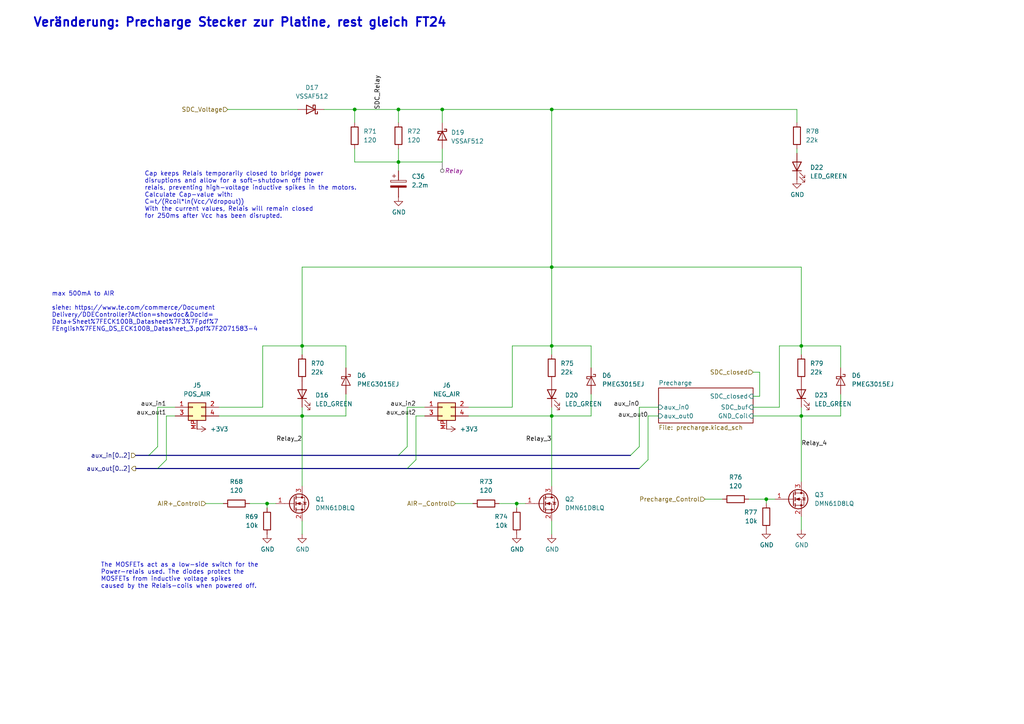
<source format=kicad_sch>
(kicad_sch
	(version 20231120)
	(generator "eeschema")
	(generator_version "8.0")
	(uuid "32d82cdb-bdba-4790-95cd-2bf9f903ff18")
	(paper "A4")
	(lib_symbols
		(symbol "Device:C_Polarized"
			(pin_numbers hide)
			(pin_names
				(offset 0.254)
			)
			(exclude_from_sim no)
			(in_bom yes)
			(on_board yes)
			(property "Reference" "C"
				(at 0.635 2.54 0)
				(effects
					(font
						(size 1.27 1.27)
					)
					(justify left)
				)
			)
			(property "Value" "C_Polarized"
				(at 0.635 -2.54 0)
				(effects
					(font
						(size 1.27 1.27)
					)
					(justify left)
				)
			)
			(property "Footprint" ""
				(at 0.9652 -3.81 0)
				(effects
					(font
						(size 1.27 1.27)
					)
					(hide yes)
				)
			)
			(property "Datasheet" "~"
				(at 0 0 0)
				(effects
					(font
						(size 1.27 1.27)
					)
					(hide yes)
				)
			)
			(property "Description" "Polarized capacitor"
				(at 0 0 0)
				(effects
					(font
						(size 1.27 1.27)
					)
					(hide yes)
				)
			)
			(property "ki_keywords" "cap capacitor"
				(at 0 0 0)
				(effects
					(font
						(size 1.27 1.27)
					)
					(hide yes)
				)
			)
			(property "ki_fp_filters" "CP_*"
				(at 0 0 0)
				(effects
					(font
						(size 1.27 1.27)
					)
					(hide yes)
				)
			)
			(symbol "C_Polarized_0_1"
				(rectangle
					(start -2.286 0.508)
					(end 2.286 1.016)
					(stroke
						(width 0)
						(type default)
					)
					(fill
						(type none)
					)
				)
				(polyline
					(pts
						(xy -1.778 2.286) (xy -0.762 2.286)
					)
					(stroke
						(width 0)
						(type default)
					)
					(fill
						(type none)
					)
				)
				(polyline
					(pts
						(xy -1.27 2.794) (xy -1.27 1.778)
					)
					(stroke
						(width 0)
						(type default)
					)
					(fill
						(type none)
					)
				)
				(rectangle
					(start 2.286 -0.508)
					(end -2.286 -1.016)
					(stroke
						(width 0)
						(type default)
					)
					(fill
						(type outline)
					)
				)
			)
			(symbol "C_Polarized_1_1"
				(pin passive line
					(at 0 3.81 270)
					(length 2.794)
					(name "~"
						(effects
							(font
								(size 1.27 1.27)
							)
						)
					)
					(number "1"
						(effects
							(font
								(size 1.27 1.27)
							)
						)
					)
				)
				(pin passive line
					(at 0 -3.81 90)
					(length 2.794)
					(name "~"
						(effects
							(font
								(size 1.27 1.27)
							)
						)
					)
					(number "2"
						(effects
							(font
								(size 1.27 1.27)
							)
						)
					)
				)
			)
		)
		(symbol "Device:LED"
			(pin_numbers hide)
			(pin_names
				(offset 1.016) hide)
			(exclude_from_sim no)
			(in_bom yes)
			(on_board yes)
			(property "Reference" "D"
				(at 0 2.54 0)
				(effects
					(font
						(size 1.27 1.27)
					)
				)
			)
			(property "Value" "LED"
				(at 0 -2.54 0)
				(effects
					(font
						(size 1.27 1.27)
					)
				)
			)
			(property "Footprint" ""
				(at 0 0 0)
				(effects
					(font
						(size 1.27 1.27)
					)
					(hide yes)
				)
			)
			(property "Datasheet" "~"
				(at 0 0 0)
				(effects
					(font
						(size 1.27 1.27)
					)
					(hide yes)
				)
			)
			(property "Description" "Light emitting diode"
				(at 0 0 0)
				(effects
					(font
						(size 1.27 1.27)
					)
					(hide yes)
				)
			)
			(property "ki_keywords" "LED diode"
				(at 0 0 0)
				(effects
					(font
						(size 1.27 1.27)
					)
					(hide yes)
				)
			)
			(property "ki_fp_filters" "LED* LED_SMD:* LED_THT:*"
				(at 0 0 0)
				(effects
					(font
						(size 1.27 1.27)
					)
					(hide yes)
				)
			)
			(symbol "LED_0_1"
				(polyline
					(pts
						(xy -1.27 -1.27) (xy -1.27 1.27)
					)
					(stroke
						(width 0.254)
						(type default)
					)
					(fill
						(type none)
					)
				)
				(polyline
					(pts
						(xy -1.27 0) (xy 1.27 0)
					)
					(stroke
						(width 0)
						(type default)
					)
					(fill
						(type none)
					)
				)
				(polyline
					(pts
						(xy 1.27 -1.27) (xy 1.27 1.27) (xy -1.27 0) (xy 1.27 -1.27)
					)
					(stroke
						(width 0.254)
						(type default)
					)
					(fill
						(type none)
					)
				)
				(polyline
					(pts
						(xy -3.048 -0.762) (xy -4.572 -2.286) (xy -3.81 -2.286) (xy -4.572 -2.286) (xy -4.572 -1.524)
					)
					(stroke
						(width 0)
						(type default)
					)
					(fill
						(type none)
					)
				)
				(polyline
					(pts
						(xy -1.778 -0.762) (xy -3.302 -2.286) (xy -2.54 -2.286) (xy -3.302 -2.286) (xy -3.302 -1.524)
					)
					(stroke
						(width 0)
						(type default)
					)
					(fill
						(type none)
					)
				)
			)
			(symbol "LED_1_1"
				(pin passive line
					(at -3.81 0 0)
					(length 2.54)
					(name "K"
						(effects
							(font
								(size 1.27 1.27)
							)
						)
					)
					(number "1"
						(effects
							(font
								(size 1.27 1.27)
							)
						)
					)
				)
				(pin passive line
					(at 3.81 0 180)
					(length 2.54)
					(name "A"
						(effects
							(font
								(size 1.27 1.27)
							)
						)
					)
					(number "2"
						(effects
							(font
								(size 1.27 1.27)
							)
						)
					)
				)
			)
		)
		(symbol "Device:R"
			(pin_numbers hide)
			(pin_names
				(offset 0)
			)
			(exclude_from_sim no)
			(in_bom yes)
			(on_board yes)
			(property "Reference" "R"
				(at 2.032 0 90)
				(effects
					(font
						(size 1.27 1.27)
					)
				)
			)
			(property "Value" "R"
				(at 0 0 90)
				(effects
					(font
						(size 1.27 1.27)
					)
				)
			)
			(property "Footprint" ""
				(at -1.778 0 90)
				(effects
					(font
						(size 1.27 1.27)
					)
					(hide yes)
				)
			)
			(property "Datasheet" "~"
				(at 0 0 0)
				(effects
					(font
						(size 1.27 1.27)
					)
					(hide yes)
				)
			)
			(property "Description" "Resistor"
				(at 0 0 0)
				(effects
					(font
						(size 1.27 1.27)
					)
					(hide yes)
				)
			)
			(property "ki_keywords" "R res resistor"
				(at 0 0 0)
				(effects
					(font
						(size 1.27 1.27)
					)
					(hide yes)
				)
			)
			(property "ki_fp_filters" "R_*"
				(at 0 0 0)
				(effects
					(font
						(size 1.27 1.27)
					)
					(hide yes)
				)
			)
			(symbol "R_0_1"
				(rectangle
					(start -1.016 -2.54)
					(end 1.016 2.54)
					(stroke
						(width 0.254)
						(type default)
					)
					(fill
						(type none)
					)
				)
			)
			(symbol "R_1_1"
				(pin passive line
					(at 0 3.81 270)
					(length 1.27)
					(name "~"
						(effects
							(font
								(size 1.27 1.27)
							)
						)
					)
					(number "1"
						(effects
							(font
								(size 1.27 1.27)
							)
						)
					)
				)
				(pin passive line
					(at 0 -3.81 90)
					(length 1.27)
					(name "~"
						(effects
							(font
								(size 1.27 1.27)
							)
						)
					)
					(number "2"
						(effects
							(font
								(size 1.27 1.27)
							)
						)
					)
				)
			)
		)
		(symbol "Diode:PMEG3015EJ"
			(pin_numbers hide)
			(pin_names hide)
			(exclude_from_sim no)
			(in_bom yes)
			(on_board yes)
			(property "Reference" "D"
				(at 0 2.54 0)
				(effects
					(font
						(size 1.27 1.27)
					)
				)
			)
			(property "Value" "PMEG3015EJ"
				(at 0 -2.54 0)
				(effects
					(font
						(size 1.27 1.27)
					)
				)
			)
			(property "Footprint" "Diode_SMD:D_SOD-323F"
				(at 0 -4.445 0)
				(effects
					(font
						(size 1.27 1.27)
					)
					(hide yes)
				)
			)
			(property "Datasheet" "https://assets.nexperia.com/documents/data-sheet/PMEG3015EH_EJ.pdf"
				(at 0 0 0)
				(effects
					(font
						(size 1.27 1.27)
					)
					(hide yes)
				)
			)
			(property "Description" "30V, 1.5A ultra low Vf MEGA Schottky barrier rectifier, SOD-323F"
				(at 0 0 0)
				(effects
					(font
						(size 1.27 1.27)
					)
					(hide yes)
				)
			)
			(property "ki_keywords" "forward voltage diode"
				(at 0 0 0)
				(effects
					(font
						(size 1.27 1.27)
					)
					(hide yes)
				)
			)
			(property "ki_fp_filters" "D*SOD?323F*"
				(at 0 0 0)
				(effects
					(font
						(size 1.27 1.27)
					)
					(hide yes)
				)
			)
			(symbol "PMEG3015EJ_0_1"
				(polyline
					(pts
						(xy 1.27 0) (xy -1.27 0)
					)
					(stroke
						(width 0)
						(type default)
					)
					(fill
						(type none)
					)
				)
				(polyline
					(pts
						(xy 1.27 1.27) (xy 1.27 -1.27) (xy -1.27 0) (xy 1.27 1.27)
					)
					(stroke
						(width 0.2032)
						(type default)
					)
					(fill
						(type none)
					)
				)
				(polyline
					(pts
						(xy -1.905 0.635) (xy -1.905 1.27) (xy -1.27 1.27) (xy -1.27 -1.27) (xy -0.635 -1.27) (xy -0.635 -0.635)
					)
					(stroke
						(width 0.2032)
						(type default)
					)
					(fill
						(type none)
					)
				)
			)
			(symbol "PMEG3015EJ_1_1"
				(pin passive line
					(at -3.81 0 0)
					(length 2.54)
					(name "K"
						(effects
							(font
								(size 1.27 1.27)
							)
						)
					)
					(number "1"
						(effects
							(font
								(size 1.27 1.27)
							)
						)
					)
				)
				(pin passive line
					(at 3.81 0 180)
					(length 2.54)
					(name "A"
						(effects
							(font
								(size 1.27 1.27)
							)
						)
					)
					(number "2"
						(effects
							(font
								(size 1.27 1.27)
							)
						)
					)
				)
			)
		)
		(symbol "Master:MMNL_2x2p_vertical"
			(pin_names
				(offset 1.016) hide)
			(exclude_from_sim no)
			(in_bom yes)
			(on_board yes)
			(property "Reference" "J"
				(at 1.27 2.54 0)
				(effects
					(font
						(size 1.27 1.27)
					)
				)
			)
			(property "Value" "MMNL_2x2p_vertical"
				(at 1.27 -5.08 0)
				(effects
					(font
						(size 1.27 1.27)
					)
				)
			)
			(property "Footprint" "FaSTTUBe_connectors:Micro_Mate-N-Lok_2x2p_vertical"
				(at 2.54 -7.112 0)
				(effects
					(font
						(size 1.27 1.27)
					)
					(hide yes)
				)
			)
			(property "Datasheet" "~"
				(at 0 0 0)
				(effects
					(font
						(size 1.27 1.27)
					)
					(hide yes)
				)
			)
			(property "Description" "Generic connector, double row, 02x02, odd/even pin numbering scheme (row 1 odd numbers, row 2 even numbers), script generated (kicad-library-utils/schlib/autogen/connector/)"
				(at 2.032 -9.398 0)
				(effects
					(font
						(size 1.27 1.27)
					)
					(hide yes)
				)
			)
			(property "ki_keywords" "connector"
				(at 0 0 0)
				(effects
					(font
						(size 1.27 1.27)
					)
					(hide yes)
				)
			)
			(property "ki_fp_filters" "Connector*:*_2x??_*"
				(at 0 0 0)
				(effects
					(font
						(size 1.27 1.27)
					)
					(hide yes)
				)
			)
			(symbol "MMNL_2x2p_vertical_1_1"
				(rectangle
					(start -1.27 -2.413)
					(end 0 -2.667)
					(stroke
						(width 0.1524)
						(type default)
					)
					(fill
						(type none)
					)
				)
				(rectangle
					(start -1.27 0.127)
					(end 0 -0.127)
					(stroke
						(width 0.1524)
						(type default)
					)
					(fill
						(type none)
					)
				)
				(rectangle
					(start -1.27 1.27)
					(end 3.81 -3.81)
					(stroke
						(width 0.254)
						(type default)
					)
					(fill
						(type background)
					)
				)
				(rectangle
					(start 3.81 -2.413)
					(end 2.54 -2.667)
					(stroke
						(width 0.1524)
						(type default)
					)
					(fill
						(type none)
					)
				)
				(rectangle
					(start 3.81 0.127)
					(end 2.54 -0.127)
					(stroke
						(width 0.1524)
						(type default)
					)
					(fill
						(type none)
					)
				)
				(pin passive line
					(at -5.08 0 0)
					(length 3.81)
					(name "Pin_1"
						(effects
							(font
								(size 1.27 1.27)
							)
						)
					)
					(number "1"
						(effects
							(font
								(size 1.27 1.27)
							)
						)
					)
				)
				(pin passive line
					(at 7.62 0 180)
					(length 3.81)
					(name "Pin_2"
						(effects
							(font
								(size 1.27 1.27)
							)
						)
					)
					(number "2"
						(effects
							(font
								(size 1.27 1.27)
							)
						)
					)
				)
				(pin passive line
					(at -5.08 -2.54 0)
					(length 3.81)
					(name "Pin_3"
						(effects
							(font
								(size 1.27 1.27)
							)
						)
					)
					(number "3"
						(effects
							(font
								(size 1.27 1.27)
							)
						)
					)
				)
				(pin passive line
					(at 7.62 -2.54 180)
					(length 3.81)
					(name "Pin_4"
						(effects
							(font
								(size 1.27 1.27)
							)
						)
					)
					(number "4"
						(effects
							(font
								(size 1.27 1.27)
							)
						)
					)
				)
				(pin passive line
					(at 1.27 -6.35 90)
					(length 2.54)
					(name ""
						(effects
							(font
								(size 1.27 1.27)
							)
						)
					)
					(number "MP"
						(effects
							(font
								(size 1.27 1.27)
							)
						)
					)
				)
			)
		)
		(symbol "Master:VSSAF512"
			(pin_numbers hide)
			(pin_names
				(offset 1.016) hide)
			(exclude_from_sim no)
			(in_bom yes)
			(on_board yes)
			(property "Reference" "D"
				(at 0 2.54 0)
				(effects
					(font
						(size 1.27 1.27)
					)
				)
			)
			(property "Value" "VSSAF512"
				(at 0 -2.54 0)
				(effects
					(font
						(size 1.27 1.27)
					)
				)
			)
			(property "Footprint" "Diode_SMD:D_SMA"
				(at 0 0 0)
				(effects
					(font
						(size 1.27 1.27)
					)
					(hide yes)
				)
			)
			(property "Datasheet" "~"
				(at 0 0 0)
				(effects
					(font
						(size 1.27 1.27)
					)
					(hide yes)
				)
			)
			(property "Description" "Schottky diode 100V, 5A"
				(at 0 0 0)
				(effects
					(font
						(size 1.27 1.27)
					)
					(hide yes)
				)
			)
			(property "ki_keywords" "diode Schottky"
				(at 0 0 0)
				(effects
					(font
						(size 1.27 1.27)
					)
					(hide yes)
				)
			)
			(property "ki_fp_filters" "TO-???* *_Diode_* *SingleDiode* D_*"
				(at 0 0 0)
				(effects
					(font
						(size 1.27 1.27)
					)
					(hide yes)
				)
			)
			(symbol "VSSAF512_0_1"
				(polyline
					(pts
						(xy 1.27 0) (xy -1.27 0)
					)
					(stroke
						(width 0)
						(type default)
					)
					(fill
						(type none)
					)
				)
				(polyline
					(pts
						(xy 1.27 1.27) (xy 1.27 -1.27) (xy -1.27 0) (xy 1.27 1.27)
					)
					(stroke
						(width 0.254)
						(type default)
					)
					(fill
						(type none)
					)
				)
				(polyline
					(pts
						(xy -1.905 0.635) (xy -1.905 1.27) (xy -1.27 1.27) (xy -1.27 -1.27) (xy -0.635 -1.27) (xy -0.635 -0.635)
					)
					(stroke
						(width 0.254)
						(type default)
					)
					(fill
						(type none)
					)
				)
			)
			(symbol "VSSAF512_1_1"
				(pin passive line
					(at -3.81 0 0)
					(length 2.54)
					(name "K"
						(effects
							(font
								(size 1.27 1.27)
							)
						)
					)
					(number "1"
						(effects
							(font
								(size 1.27 1.27)
							)
						)
					)
				)
				(pin passive line
					(at 3.81 0 180)
					(length 2.54)
					(name "A"
						(effects
							(font
								(size 1.27 1.27)
							)
						)
					)
					(number "2"
						(effects
							(font
								(size 1.27 1.27)
							)
						)
					)
				)
			)
		)
		(symbol "Transistor_FET:DMN61D8LQ"
			(pin_names hide)
			(exclude_from_sim no)
			(in_bom yes)
			(on_board yes)
			(property "Reference" "Q"
				(at 5.08 1.905 0)
				(effects
					(font
						(size 1.27 1.27)
					)
					(justify left)
				)
			)
			(property "Value" "DMN61D8LQ"
				(at 5.08 0 0)
				(effects
					(font
						(size 1.27 1.27)
					)
					(justify left)
				)
			)
			(property "Footprint" "Package_TO_SOT_SMD:SOT-23"
				(at 5.08 -1.905 0)
				(effects
					(font
						(size 1.27 1.27)
						(italic yes)
					)
					(justify left)
					(hide yes)
				)
			)
			(property "Datasheet" "https://www.diodes.com/assets/Datasheets/DMN61D8LQ.pdf"
				(at 5.08 -3.81 0)
				(effects
					(font
						(size 1.27 1.27)
					)
					(justify left)
					(hide yes)
				)
			)
			(property "Description" "60V Vds, 0.470A Id, N-Channel MOSFET for switching inductive loads , SOT-23"
				(at 0 0 0)
				(effects
					(font
						(size 1.27 1.27)
					)
					(hide yes)
				)
			)
			(property "ki_keywords" "N-Channel MOSFET relay logic-level"
				(at 0 0 0)
				(effects
					(font
						(size 1.27 1.27)
					)
					(hide yes)
				)
			)
			(property "ki_fp_filters" "SOT?23*"
				(at 0 0 0)
				(effects
					(font
						(size 1.27 1.27)
					)
					(hide yes)
				)
			)
			(symbol "DMN61D8LQ_0_1"
				(polyline
					(pts
						(xy 0.254 0) (xy -2.54 0)
					)
					(stroke
						(width 0)
						(type default)
					)
					(fill
						(type none)
					)
				)
				(polyline
					(pts
						(xy 0.254 1.905) (xy 0.254 -1.905)
					)
					(stroke
						(width 0.254)
						(type default)
					)
					(fill
						(type none)
					)
				)
				(polyline
					(pts
						(xy 0.762 -1.27) (xy 0.762 -2.286)
					)
					(stroke
						(width 0.254)
						(type default)
					)
					(fill
						(type none)
					)
				)
				(polyline
					(pts
						(xy 0.762 0.508) (xy 0.762 -0.508)
					)
					(stroke
						(width 0.254)
						(type default)
					)
					(fill
						(type none)
					)
				)
				(polyline
					(pts
						(xy 0.762 2.286) (xy 0.762 1.27)
					)
					(stroke
						(width 0.254)
						(type default)
					)
					(fill
						(type none)
					)
				)
				(polyline
					(pts
						(xy 2.54 2.54) (xy 2.54 1.778)
					)
					(stroke
						(width 0)
						(type default)
					)
					(fill
						(type none)
					)
				)
				(polyline
					(pts
						(xy 2.54 -2.54) (xy 2.54 0) (xy 0.762 0)
					)
					(stroke
						(width 0)
						(type default)
					)
					(fill
						(type none)
					)
				)
				(polyline
					(pts
						(xy 0.762 -1.778) (xy 3.302 -1.778) (xy 3.302 1.778) (xy 0.762 1.778)
					)
					(stroke
						(width 0)
						(type default)
					)
					(fill
						(type none)
					)
				)
				(polyline
					(pts
						(xy 1.016 0) (xy 2.032 0.381) (xy 2.032 -0.381) (xy 1.016 0)
					)
					(stroke
						(width 0)
						(type default)
					)
					(fill
						(type outline)
					)
				)
				(polyline
					(pts
						(xy 2.794 0.508) (xy 2.921 0.381) (xy 3.683 0.381) (xy 3.81 0.254)
					)
					(stroke
						(width 0)
						(type default)
					)
					(fill
						(type none)
					)
				)
				(polyline
					(pts
						(xy 3.302 0.381) (xy 2.921 -0.254) (xy 3.683 -0.254) (xy 3.302 0.381)
					)
					(stroke
						(width 0)
						(type default)
					)
					(fill
						(type none)
					)
				)
				(circle
					(center 1.651 0)
					(radius 2.794)
					(stroke
						(width 0.254)
						(type default)
					)
					(fill
						(type none)
					)
				)
				(circle
					(center 2.54 -1.778)
					(radius 0.254)
					(stroke
						(width 0)
						(type default)
					)
					(fill
						(type outline)
					)
				)
				(circle
					(center 2.54 1.778)
					(radius 0.254)
					(stroke
						(width 0)
						(type default)
					)
					(fill
						(type outline)
					)
				)
			)
			(symbol "DMN61D8LQ_1_1"
				(pin input line
					(at -5.08 0 0)
					(length 2.54)
					(name "G"
						(effects
							(font
								(size 1.27 1.27)
							)
						)
					)
					(number "1"
						(effects
							(font
								(size 1.27 1.27)
							)
						)
					)
				)
				(pin passive line
					(at 2.54 -5.08 90)
					(length 2.54)
					(name "S"
						(effects
							(font
								(size 1.27 1.27)
							)
						)
					)
					(number "2"
						(effects
							(font
								(size 1.27 1.27)
							)
						)
					)
				)
				(pin passive line
					(at 2.54 5.08 270)
					(length 2.54)
					(name "D"
						(effects
							(font
								(size 1.27 1.27)
							)
						)
					)
					(number "3"
						(effects
							(font
								(size 1.27 1.27)
							)
						)
					)
				)
			)
		)
		(symbol "power:+3V3"
			(power)
			(pin_numbers hide)
			(pin_names
				(offset 0) hide)
			(exclude_from_sim no)
			(in_bom yes)
			(on_board yes)
			(property "Reference" "#PWR"
				(at 0 -3.81 0)
				(effects
					(font
						(size 1.27 1.27)
					)
					(hide yes)
				)
			)
			(property "Value" "+3V3"
				(at 0 3.556 0)
				(effects
					(font
						(size 1.27 1.27)
					)
				)
			)
			(property "Footprint" ""
				(at 0 0 0)
				(effects
					(font
						(size 1.27 1.27)
					)
					(hide yes)
				)
			)
			(property "Datasheet" ""
				(at 0 0 0)
				(effects
					(font
						(size 1.27 1.27)
					)
					(hide yes)
				)
			)
			(property "Description" "Power symbol creates a global label with name \"+3V3\""
				(at 0 0 0)
				(effects
					(font
						(size 1.27 1.27)
					)
					(hide yes)
				)
			)
			(property "ki_keywords" "global power"
				(at 0 0 0)
				(effects
					(font
						(size 1.27 1.27)
					)
					(hide yes)
				)
			)
			(symbol "+3V3_0_1"
				(polyline
					(pts
						(xy -0.762 1.27) (xy 0 2.54)
					)
					(stroke
						(width 0)
						(type default)
					)
					(fill
						(type none)
					)
				)
				(polyline
					(pts
						(xy 0 0) (xy 0 2.54)
					)
					(stroke
						(width 0)
						(type default)
					)
					(fill
						(type none)
					)
				)
				(polyline
					(pts
						(xy 0 2.54) (xy 0.762 1.27)
					)
					(stroke
						(width 0)
						(type default)
					)
					(fill
						(type none)
					)
				)
			)
			(symbol "+3V3_1_1"
				(pin power_in line
					(at 0 0 90)
					(length 0)
					(name "~"
						(effects
							(font
								(size 1.27 1.27)
							)
						)
					)
					(number "1"
						(effects
							(font
								(size 1.27 1.27)
							)
						)
					)
				)
			)
		)
		(symbol "power:GND"
			(power)
			(pin_numbers hide)
			(pin_names
				(offset 0) hide)
			(exclude_from_sim no)
			(in_bom yes)
			(on_board yes)
			(property "Reference" "#PWR"
				(at 0 -6.35 0)
				(effects
					(font
						(size 1.27 1.27)
					)
					(hide yes)
				)
			)
			(property "Value" "GND"
				(at 0 -3.81 0)
				(effects
					(font
						(size 1.27 1.27)
					)
				)
			)
			(property "Footprint" ""
				(at 0 0 0)
				(effects
					(font
						(size 1.27 1.27)
					)
					(hide yes)
				)
			)
			(property "Datasheet" ""
				(at 0 0 0)
				(effects
					(font
						(size 1.27 1.27)
					)
					(hide yes)
				)
			)
			(property "Description" "Power symbol creates a global label with name \"GND\" , ground"
				(at 0 0 0)
				(effects
					(font
						(size 1.27 1.27)
					)
					(hide yes)
				)
			)
			(property "ki_keywords" "global power"
				(at 0 0 0)
				(effects
					(font
						(size 1.27 1.27)
					)
					(hide yes)
				)
			)
			(symbol "GND_0_1"
				(polyline
					(pts
						(xy 0 0) (xy 0 -1.27) (xy 1.27 -1.27) (xy 0 -2.54) (xy -1.27 -1.27) (xy 0 -1.27)
					)
					(stroke
						(width 0)
						(type default)
					)
					(fill
						(type none)
					)
				)
			)
			(symbol "GND_1_1"
				(pin power_in line
					(at 0 0 270)
					(length 0)
					(name "~"
						(effects
							(font
								(size 1.27 1.27)
							)
						)
					)
					(number "1"
						(effects
							(font
								(size 1.27 1.27)
							)
						)
					)
				)
			)
		)
	)
	(junction
		(at 160.02 31.75)
		(diameter 0)
		(color 0 0 0 0)
		(uuid "2396d75c-7af6-4383-a29e-72c6664addc7")
	)
	(junction
		(at 160.02 77.47)
		(diameter 0)
		(color 0 0 0 0)
		(uuid "2b9937fd-8ffc-4d6b-a39a-112109ba0ffe")
	)
	(junction
		(at 160.02 120.65)
		(diameter 0)
		(color 0 0 0 0)
		(uuid "36b27a92-463b-450f-8047-9961d0553a2f")
	)
	(junction
		(at 115.57 31.75)
		(diameter 0)
		(color 0 0 0 0)
		(uuid "497e0588-d556-49c9-8d31-0a5b62dcd00a")
	)
	(junction
		(at 232.41 120.65)
		(diameter 0)
		(color 0 0 0 0)
		(uuid "5293fe65-c5c2-4464-b5ae-2e59f5d2c6b2")
	)
	(junction
		(at 102.87 31.75)
		(diameter 0)
		(color 0 0 0 0)
		(uuid "73c3f259-1ea2-4d09-8a26-918abdd90e0d")
	)
	(junction
		(at 128.27 31.75)
		(diameter 0)
		(color 0 0 0 0)
		(uuid "7b7ed203-cb23-404b-84a3-2a1d96221b34")
	)
	(junction
		(at 222.25 144.78)
		(diameter 0)
		(color 0 0 0 0)
		(uuid "7be64c02-8281-4423-8af6-7cbf7efc375a")
	)
	(junction
		(at 115.57 46.99)
		(diameter 0)
		(color 0 0 0 0)
		(uuid "80a87765-60f4-464b-aa67-36e1dc355fbe")
	)
	(junction
		(at 232.41 100.33)
		(diameter 0)
		(color 0 0 0 0)
		(uuid "a4a2eb64-0da9-4514-bc01-40bbaf333582")
	)
	(junction
		(at 149.86 146.05)
		(diameter 0)
		(color 0 0 0 0)
		(uuid "a72e527d-159a-45d5-b793-a05e93569363")
	)
	(junction
		(at 87.63 120.65)
		(diameter 0)
		(color 0 0 0 0)
		(uuid "c4fcb4c7-4c96-4909-828b-524835765a91")
	)
	(junction
		(at 160.02 100.33)
		(diameter 0)
		(color 0 0 0 0)
		(uuid "d18d76fc-4e87-43d9-a731-190bd30fe8aa")
	)
	(junction
		(at 77.47 146.05)
		(diameter 0)
		(color 0 0 0 0)
		(uuid "d4e70c42-6907-4b45-9c34-ac9a976d72ae")
	)
	(junction
		(at 87.63 100.33)
		(diameter 0)
		(color 0 0 0 0)
		(uuid "da2a759e-2e69-4366-bbc7-dad66bae597c")
	)
	(bus_entry
		(at 118.11 135.89)
		(size 2.54 -2.54)
		(stroke
			(width 0)
			(type default)
		)
		(uuid "09d87619-0dfa-4630-9f81-1be20c5c2ee2")
	)
	(bus_entry
		(at 115.57 132.08)
		(size 2.54 -2.54)
		(stroke
			(width 0)
			(type default)
		)
		(uuid "09d87619-0dfa-4630-9f81-1be20c5c2ee3")
	)
	(bus_entry
		(at 182.88 132.08)
		(size 2.54 -2.54)
		(stroke
			(width 0)
			(type default)
		)
		(uuid "09d87619-0dfa-4630-9f81-1be20c5c2ee4")
	)
	(bus_entry
		(at 185.42 135.89)
		(size 2.54 -2.54)
		(stroke
			(width 0)
			(type default)
		)
		(uuid "09d87619-0dfa-4630-9f81-1be20c5c2ee6")
	)
	(bus_entry
		(at 45.72 135.89)
		(size 2.54 -2.54)
		(stroke
			(width 0)
			(type default)
		)
		(uuid "26b8e366-1305-4942-9a46-e6c1399b28d0")
	)
	(bus_entry
		(at 43.18 132.08)
		(size 2.54 -2.54)
		(stroke
			(width 0)
			(type default)
		)
		(uuid "75628773-df92-4878-894d-4c0a72707ef0")
	)
	(wire
		(pts
			(xy 160.02 118.11) (xy 160.02 120.65)
		)
		(stroke
			(width 0)
			(type default)
		)
		(uuid "03217cc5-7c17-408d-b0b3-f5b0d913206b")
	)
	(wire
		(pts
			(xy 232.41 149.86) (xy 232.41 153.67)
		)
		(stroke
			(width 0)
			(type default)
		)
		(uuid "03b97eb4-456f-42b1-bb29-931644be215a")
	)
	(wire
		(pts
			(xy 118.11 118.11) (xy 123.19 118.11)
		)
		(stroke
			(width 0)
			(type default)
		)
		(uuid "09abe531-cb73-4ba0-9daa-25c1e61d07c7")
	)
	(wire
		(pts
			(xy 72.39 146.05) (xy 77.47 146.05)
		)
		(stroke
			(width 0)
			(type default)
		)
		(uuid "0b23b76e-95eb-4a29-b6a5-227a5ccf5b83")
	)
	(wire
		(pts
			(xy 148.59 118.11) (xy 148.59 100.33)
		)
		(stroke
			(width 0)
			(type default)
		)
		(uuid "0c7509d0-eecb-448c-8f74-1f81099a4d2d")
	)
	(wire
		(pts
			(xy 87.63 120.65) (xy 87.63 118.11)
		)
		(stroke
			(width 0)
			(type default)
		)
		(uuid "127f7441-259e-4d1a-a60b-f371bf853557")
	)
	(wire
		(pts
			(xy 118.11 129.54) (xy 118.11 118.11)
		)
		(stroke
			(width 0)
			(type default)
		)
		(uuid "12b4ae8f-5b0a-47d6-b975-a21da12ba7bb")
	)
	(wire
		(pts
			(xy 87.63 154.94) (xy 87.63 151.13)
		)
		(stroke
			(width 0)
			(type default)
		)
		(uuid "12c8ab01-416b-4005-ac9c-23c8586c2228")
	)
	(wire
		(pts
			(xy 204.47 144.78) (xy 209.55 144.78)
		)
		(stroke
			(width 0)
			(type default)
		)
		(uuid "149bd9e6-c7e4-47ce-b5a7-93cfcfa90c65")
	)
	(wire
		(pts
			(xy 222.25 144.78) (xy 224.79 144.78)
		)
		(stroke
			(width 0)
			(type default)
		)
		(uuid "1a09c4a0-bb28-434c-b329-7453da7f2877")
	)
	(wire
		(pts
			(xy 59.69 146.05) (xy 64.77 146.05)
		)
		(stroke
			(width 0)
			(type default)
		)
		(uuid "1f020d0c-02a5-4255-bd6f-353ae58c5660")
	)
	(wire
		(pts
			(xy 128.27 31.75) (xy 160.02 31.75)
		)
		(stroke
			(width 0)
			(type default)
		)
		(uuid "1ff1969d-f5c0-4afb-88ae-83dbdb437154")
	)
	(wire
		(pts
			(xy 232.41 77.47) (xy 232.41 100.33)
		)
		(stroke
			(width 0)
			(type default)
		)
		(uuid "20005d0c-0701-4c17-a231-dfabe6ed1357")
	)
	(wire
		(pts
			(xy 148.59 100.33) (xy 160.02 100.33)
		)
		(stroke
			(width 0)
			(type default)
		)
		(uuid "20133619-e2d1-416f-8ed4-7b3a82c2903f")
	)
	(wire
		(pts
			(xy 171.45 114.3) (xy 171.45 120.65)
		)
		(stroke
			(width 0)
			(type default)
		)
		(uuid "265446cc-6421-4e32-b08a-304ca7bc73eb")
	)
	(wire
		(pts
			(xy 135.89 118.11) (xy 148.59 118.11)
		)
		(stroke
			(width 0)
			(type default)
		)
		(uuid "27bd3756-9b33-48e6-b77f-783edd0d3fd6")
	)
	(wire
		(pts
			(xy 120.65 120.65) (xy 123.19 120.65)
		)
		(stroke
			(width 0)
			(type default)
		)
		(uuid "28e635a0-54ce-4645-9f86-63d325423d97")
	)
	(wire
		(pts
			(xy 87.63 77.47) (xy 160.02 77.47)
		)
		(stroke
			(width 0)
			(type default)
		)
		(uuid "2a43b925-a2eb-4c5e-87d8-14e41d90fedc")
	)
	(wire
		(pts
			(xy 160.02 120.65) (xy 160.02 140.97)
		)
		(stroke
			(width 0)
			(type default)
		)
		(uuid "2b761a4a-a828-40b6-a826-27b0eb14e299")
	)
	(wire
		(pts
			(xy 115.57 46.99) (xy 115.57 49.53)
		)
		(stroke
			(width 0)
			(type default)
		)
		(uuid "2d3f4f07-e8b4-4920-9802-b530448eef80")
	)
	(wire
		(pts
			(xy 160.02 100.33) (xy 171.45 100.33)
		)
		(stroke
			(width 0)
			(type default)
		)
		(uuid "2eb7aa78-dcc6-4f22-ab9b-3683f845bb6d")
	)
	(wire
		(pts
			(xy 218.44 120.65) (xy 232.41 120.65)
		)
		(stroke
			(width 0)
			(type default)
		)
		(uuid "30cc176f-87f8-445b-9aae-8d9069d0f64b")
	)
	(wire
		(pts
			(xy 120.65 120.65) (xy 120.65 133.35)
		)
		(stroke
			(width 0)
			(type default)
		)
		(uuid "32347072-f03f-44e8-a510-4337a4953e0a")
	)
	(wire
		(pts
			(xy 87.63 77.47) (xy 87.63 100.33)
		)
		(stroke
			(width 0)
			(type default)
		)
		(uuid "33c95270-64ff-470a-acc7-723b6890da08")
	)
	(bus
		(pts
			(xy 39.37 135.89) (xy 45.72 135.89)
		)
		(stroke
			(width 0)
			(type default)
		)
		(uuid "35919ee0-1776-4e33-85c8-8a7ad0d46e3d")
	)
	(wire
		(pts
			(xy 102.87 31.75) (xy 115.57 31.75)
		)
		(stroke
			(width 0)
			(type default)
		)
		(uuid "390644aa-d62a-4c30-a5f3-997f4b17a98b")
	)
	(wire
		(pts
			(xy 63.5 120.65) (xy 87.63 120.65)
		)
		(stroke
			(width 0)
			(type default)
		)
		(uuid "3ad0e912-e8a2-4751-8d67-7663c9dcf394")
	)
	(wire
		(pts
			(xy 48.26 120.65) (xy 50.8 120.65)
		)
		(stroke
			(width 0)
			(type default)
		)
		(uuid "4018a125-c3f2-4efe-b96e-2e7dd8f98881")
	)
	(wire
		(pts
			(xy 160.02 100.33) (xy 160.02 102.87)
		)
		(stroke
			(width 0)
			(type default)
		)
		(uuid "4741fc9b-81ff-41ca-ac47-e2bce3a58957")
	)
	(wire
		(pts
			(xy 231.14 44.45) (xy 231.14 43.18)
		)
		(stroke
			(width 0)
			(type default)
		)
		(uuid "4acd02b2-ec73-42c6-9613-b28b43efdc98")
	)
	(wire
		(pts
			(xy 171.45 120.65) (xy 160.02 120.65)
		)
		(stroke
			(width 0)
			(type default)
		)
		(uuid "4b453b17-c215-4323-9a8f-50ba50e27635")
	)
	(wire
		(pts
			(xy 144.78 146.05) (xy 149.86 146.05)
		)
		(stroke
			(width 0)
			(type default)
		)
		(uuid "4c615de4-ee59-4bec-8c9a-d2882c078951")
	)
	(wire
		(pts
			(xy 149.86 146.05) (xy 152.4 146.05)
		)
		(stroke
			(width 0)
			(type default)
		)
		(uuid "50f4a179-b84f-4e58-a6c9-0c56e5051fa0")
	)
	(wire
		(pts
			(xy 77.47 146.05) (xy 80.01 146.05)
		)
		(stroke
			(width 0)
			(type default)
		)
		(uuid "5157c484-60ae-4065-a4c2-799bc4e17155")
	)
	(wire
		(pts
			(xy 115.57 43.18) (xy 115.57 46.99)
		)
		(stroke
			(width 0)
			(type default)
		)
		(uuid "51ad4d4f-905e-4a4f-b476-d094aa46835a")
	)
	(wire
		(pts
			(xy 185.42 118.11) (xy 185.42 129.54)
		)
		(stroke
			(width 0)
			(type default)
		)
		(uuid "5b7917a5-bc4a-408d-90b6-1fd4a11dc9b4")
	)
	(wire
		(pts
			(xy 102.87 46.99) (xy 115.57 46.99)
		)
		(stroke
			(width 0)
			(type default)
		)
		(uuid "5de5f109-c456-4ed8-b666-90431bdc4a56")
	)
	(wire
		(pts
			(xy 232.41 120.65) (xy 243.84 120.65)
		)
		(stroke
			(width 0)
			(type default)
		)
		(uuid "6053659e-421f-45db-83fa-4896f657ae43")
	)
	(wire
		(pts
			(xy 232.41 120.65) (xy 232.41 139.7)
		)
		(stroke
			(width 0)
			(type default)
		)
		(uuid "6419fa39-4ae2-485a-a5de-abbc411116c9")
	)
	(wire
		(pts
			(xy 66.04 31.75) (xy 86.36 31.75)
		)
		(stroke
			(width 0)
			(type default)
		)
		(uuid "67dd958e-702f-428d-b892-93a1b8da92e1")
	)
	(wire
		(pts
			(xy 128.27 46.99) (xy 128.27 43.18)
		)
		(stroke
			(width 0)
			(type default)
		)
		(uuid "70df3315-57ac-4b2e-b4f1-980f7ad1964d")
	)
	(wire
		(pts
			(xy 220.345 107.95) (xy 220.345 114.935)
		)
		(stroke
			(width 0)
			(type default)
		)
		(uuid "716d4bc0-e55e-4600-9a3b-3334e3c86a5c")
	)
	(wire
		(pts
			(xy 76.2 100.33) (xy 87.63 100.33)
		)
		(stroke
			(width 0)
			(type default)
		)
		(uuid "7521d602-7712-4bec-9303-1e9a373e171c")
	)
	(wire
		(pts
			(xy 160.02 31.75) (xy 160.02 77.47)
		)
		(stroke
			(width 0)
			(type default)
		)
		(uuid "7ada87bd-2902-43d7-bba9-ab35ea835049")
	)
	(wire
		(pts
			(xy 135.89 120.65) (xy 160.02 120.65)
		)
		(stroke
			(width 0)
			(type default)
		)
		(uuid "7d14abbd-3219-4db2-9392-d59abd53fa87")
	)
	(wire
		(pts
			(xy 220.345 114.935) (xy 218.44 114.935)
		)
		(stroke
			(width 0)
			(type default)
		)
		(uuid "7d3da37c-9a59-4834-ad72-3ce29421fbf3")
	)
	(wire
		(pts
			(xy 149.86 146.05) (xy 149.86 147.32)
		)
		(stroke
			(width 0)
			(type default)
		)
		(uuid "7d7ea5b6-730a-4489-88f9-0031acad737e")
	)
	(wire
		(pts
			(xy 45.72 118.11) (xy 50.8 118.11)
		)
		(stroke
			(width 0)
			(type default)
		)
		(uuid "7e947fb0-8c25-4dc3-b300-fe4d2909ca1a")
	)
	(wire
		(pts
			(xy 185.42 118.11) (xy 191.008 118.11)
		)
		(stroke
			(width 0)
			(type default)
		)
		(uuid "8227257b-4269-4a80-8291-82dab1b7d2f8")
	)
	(wire
		(pts
			(xy 100.33 100.33) (xy 100.33 106.68)
		)
		(stroke
			(width 0)
			(type default)
		)
		(uuid "828021f6-2ca3-471a-84ec-5c8dcdd07f12")
	)
	(bus
		(pts
			(xy 118.11 135.89) (xy 185.42 135.89)
		)
		(stroke
			(width 0)
			(type default)
		)
		(uuid "8938ccb5-1cc0-4bbf-aa61-e3a94bb12cbb")
	)
	(wire
		(pts
			(xy 77.47 147.32) (xy 77.47 146.05)
		)
		(stroke
			(width 0)
			(type default)
		)
		(uuid "8d8b5318-9165-49cd-8bfa-339c5b9adda5")
	)
	(wire
		(pts
			(xy 243.84 114.3) (xy 243.84 120.65)
		)
		(stroke
			(width 0)
			(type default)
		)
		(uuid "94e6829f-9e0b-46e5-a1d3-3881f00d37b9")
	)
	(wire
		(pts
			(xy 102.87 43.18) (xy 102.87 46.99)
		)
		(stroke
			(width 0)
			(type default)
		)
		(uuid "9776f19c-9e33-49ed-a742-5b7b1e87143f")
	)
	(wire
		(pts
			(xy 217.17 144.78) (xy 222.25 144.78)
		)
		(stroke
			(width 0)
			(type default)
		)
		(uuid "98804a7c-7e2c-473c-baa5-9b096e3f439f")
	)
	(wire
		(pts
			(xy 218.44 107.95) (xy 220.345 107.95)
		)
		(stroke
			(width 0)
			(type default)
		)
		(uuid "99725dee-5745-4299-96cd-fa008d790e71")
	)
	(bus
		(pts
			(xy 115.57 132.08) (xy 182.88 132.08)
		)
		(stroke
			(width 0)
			(type default)
		)
		(uuid "9a135994-6e6e-4fd4-b9ed-b2f1d847d6b6")
	)
	(wire
		(pts
			(xy 243.84 100.33) (xy 243.84 106.68)
		)
		(stroke
			(width 0)
			(type default)
		)
		(uuid "9a4e7f42-3f09-4a6c-a7bc-1b9f0b4d318f")
	)
	(wire
		(pts
			(xy 128.27 31.75) (xy 128.27 35.56)
		)
		(stroke
			(width 0)
			(type default)
		)
		(uuid "9ac81aa5-cf1b-4cbf-9fa5-f7b4bc5bb442")
	)
	(wire
		(pts
			(xy 45.72 129.54) (xy 45.72 118.11)
		)
		(stroke
			(width 0)
			(type default)
		)
		(uuid "9b840574-e6f4-4614-993f-15d2fdb2a997")
	)
	(wire
		(pts
			(xy 231.14 35.56) (xy 231.14 31.75)
		)
		(stroke
			(width 0)
			(type default)
		)
		(uuid "9da1fcfc-98fe-4119-8e74-782e50c6ecfe")
	)
	(wire
		(pts
			(xy 232.41 100.33) (xy 243.84 100.33)
		)
		(stroke
			(width 0)
			(type default)
		)
		(uuid "9f9022c9-23a1-465e-8ada-ab5669d2d9d7")
	)
	(wire
		(pts
			(xy 100.33 100.33) (xy 87.63 100.33)
		)
		(stroke
			(width 0)
			(type default)
		)
		(uuid "a4f745ed-92e9-4c41-a3b8-c48150e71d9a")
	)
	(wire
		(pts
			(xy 93.98 31.75) (xy 102.87 31.75)
		)
		(stroke
			(width 0)
			(type default)
		)
		(uuid "a7bebc70-3ab2-4cb6-90bb-bebfc9d5688f")
	)
	(wire
		(pts
			(xy 63.5 118.11) (xy 76.2 118.11)
		)
		(stroke
			(width 0)
			(type default)
		)
		(uuid "aafd044d-803e-4dd8-a223-de403cf44aad")
	)
	(wire
		(pts
			(xy 232.41 118.11) (xy 232.41 120.65)
		)
		(stroke
			(width 0)
			(type default)
		)
		(uuid "acc8a8dd-228e-45b4-8a95-50ce49676bb5")
	)
	(wire
		(pts
			(xy 171.45 100.33) (xy 171.45 106.68)
		)
		(stroke
			(width 0)
			(type default)
		)
		(uuid "aed2bf58-108a-4364-b236-9817514f1b08")
	)
	(wire
		(pts
			(xy 187.96 120.65) (xy 191.008 120.65)
		)
		(stroke
			(width 0)
			(type default)
		)
		(uuid "b437938f-e71e-4afb-ba4d-b57ac2967895")
	)
	(wire
		(pts
			(xy 132.08 146.05) (xy 137.16 146.05)
		)
		(stroke
			(width 0)
			(type default)
		)
		(uuid "bbba60d6-0edc-41fb-b4f2-43fb7444a73a")
	)
	(bus
		(pts
			(xy 45.72 135.89) (xy 118.11 135.89)
		)
		(stroke
			(width 0)
			(type default)
		)
		(uuid "bf0360ae-353f-4af1-8de5-1b2158d46331")
	)
	(wire
		(pts
			(xy 222.25 144.78) (xy 222.25 146.05)
		)
		(stroke
			(width 0)
			(type default)
		)
		(uuid "c3287064-2055-438b-bcbe-6aab6d79d9da")
	)
	(wire
		(pts
			(xy 115.57 31.75) (xy 128.27 31.75)
		)
		(stroke
			(width 0)
			(type default)
		)
		(uuid "ca979b15-0546-4c86-8c18-e60211f7c3a1")
	)
	(wire
		(pts
			(xy 87.63 120.65) (xy 100.33 120.65)
		)
		(stroke
			(width 0)
			(type default)
		)
		(uuid "cf1cde27-a820-453f-932e-c192764f823d")
	)
	(wire
		(pts
			(xy 226.06 100.33) (xy 226.06 118.11)
		)
		(stroke
			(width 0)
			(type default)
		)
		(uuid "d0d86ac0-44d0-4931-b828-e4f447055a90")
	)
	(wire
		(pts
			(xy 232.41 100.33) (xy 232.41 102.87)
		)
		(stroke
			(width 0)
			(type default)
		)
		(uuid "d1367836-41c4-49e1-9dd2-5423dbe29bc6")
	)
	(wire
		(pts
			(xy 102.87 31.75) (xy 102.87 35.56)
		)
		(stroke
			(width 0)
			(type default)
		)
		(uuid "d380d5dc-af96-4c09-92ce-ed4631fd00ef")
	)
	(wire
		(pts
			(xy 160.02 77.47) (xy 232.41 77.47)
		)
		(stroke
			(width 0)
			(type default)
		)
		(uuid "d8418bd3-43a0-40c4-ba44-102f03adc893")
	)
	(wire
		(pts
			(xy 160.02 151.13) (xy 160.02 154.94)
		)
		(stroke
			(width 0)
			(type default)
		)
		(uuid "d8533f17-8af6-4550-afd8-cec3271bf5fa")
	)
	(wire
		(pts
			(xy 87.63 100.33) (xy 87.63 102.87)
		)
		(stroke
			(width 0)
			(type default)
		)
		(uuid "d8ed38d6-ef8f-436f-9ecc-4e89e839a70d")
	)
	(wire
		(pts
			(xy 226.06 100.33) (xy 232.41 100.33)
		)
		(stroke
			(width 0)
			(type default)
		)
		(uuid "daf36698-fd8b-492c-b436-f18a72c0ea0a")
	)
	(wire
		(pts
			(xy 100.33 120.65) (xy 100.33 114.3)
		)
		(stroke
			(width 0)
			(type default)
		)
		(uuid "dbc48690-ae34-4e1b-aa02-bdf72ab06183")
	)
	(wire
		(pts
			(xy 160.02 31.75) (xy 231.14 31.75)
		)
		(stroke
			(width 0)
			(type default)
		)
		(uuid "e079dcaf-f9b9-4115-8413-15cc17391f0a")
	)
	(bus
		(pts
			(xy 39.37 132.08) (xy 43.18 132.08)
		)
		(stroke
			(width 0)
			(type default)
		)
		(uuid "e43a8798-176c-48d1-82eb-c7946d132c05")
	)
	(bus
		(pts
			(xy 43.18 132.08) (xy 115.57 132.08)
		)
		(stroke
			(width 0)
			(type default)
		)
		(uuid "ea79ea1f-636a-45db-bfbb-a5b0d64e9542")
	)
	(wire
		(pts
			(xy 115.57 31.75) (xy 115.57 35.56)
		)
		(stroke
			(width 0)
			(type default)
		)
		(uuid "ef675f49-d4d6-4648-962c-ced376e232bd")
	)
	(wire
		(pts
			(xy 187.96 120.65) (xy 187.96 133.35)
		)
		(stroke
			(width 0)
			(type default)
		)
		(uuid "f07812ed-3ff8-48a9-8983-0818e63948d5")
	)
	(wire
		(pts
			(xy 87.63 140.97) (xy 87.63 120.65)
		)
		(stroke
			(width 0)
			(type default)
		)
		(uuid "f16729da-84da-4b28-b232-55575d67face")
	)
	(wire
		(pts
			(xy 76.2 100.33) (xy 76.2 118.11)
		)
		(stroke
			(width 0)
			(type default)
		)
		(uuid "f18089af-35d1-49e2-b30f-dbeb9ba60f88")
	)
	(wire
		(pts
			(xy 48.26 120.65) (xy 48.26 133.35)
		)
		(stroke
			(width 0)
			(type default)
		)
		(uuid "f58ccfe4-1abd-47cb-bbb9-afa49d268099")
	)
	(wire
		(pts
			(xy 218.44 118.11) (xy 226.06 118.11)
		)
		(stroke
			(width 0)
			(type default)
		)
		(uuid "f83211d0-8aa5-48fe-93be-d25a635a7a0c")
	)
	(wire
		(pts
			(xy 115.57 46.99) (xy 128.27 46.99)
		)
		(stroke
			(width 0)
			(type default)
		)
		(uuid "fb94209c-37e6-4fec-8be5-7aa7304ae214")
	)
	(wire
		(pts
			(xy 160.02 77.47) (xy 160.02 100.33)
		)
		(stroke
			(width 0)
			(type default)
		)
		(uuid "fefebbe0-4936-4f0a-a279-5c4f9c53fde4")
	)
	(text "The MOSFETs act as a low-side switch for the\nPower-relais used. The diodes protect the\nMOSFETs from inductive voltage spikes\ncaused by the Relais-coils when powered off."
		(exclude_from_sim no)
		(at 29.21 170.815 0)
		(effects
			(font
				(size 1.27 1.27)
			)
			(justify left bottom)
		)
		(uuid "258368d8-5a11-4808-89a9-f0928d3dfce6")
	)
	(text "max 500mA to AIR\n\nsiehe: https://www.te.com/commerce/Document\nDelivery/DDEController?Action=showdoc&DocId=\nData+Sheet%7FECK100B_Datasheet%7F3%7Fpdf%7\nFEnglish%7FENG_DS_ECK100B_Datasheet_3.pdf%7F2071583-4"
		(exclude_from_sim no)
		(at 14.986 90.424 0)
		(effects
			(font
				(size 1.27 1.27)
			)
			(justify left)
		)
		(uuid "54f52df7-2334-483a-a824-76a5c2c0816f")
	)
	(text "Cap keeps Relais temporarily closed to bridge power\ndisruptions and allow for a soft-shutdown off the \nrelais, preventing high-voltage inductive spikes in the motors. \nCalculate Cap-value with:\nC=t/(Rcoil*ln(Vcc/Vdropout))\nWith the current values, Relais will remain closed \nfor 250ms after Vcc has been disrupted."
		(exclude_from_sim no)
		(at 41.91 63.5 0)
		(effects
			(font
				(size 1.27 1.27)
			)
			(justify left bottom)
		)
		(uuid "c0803fb7-106b-4a38-a2fb-c036ce08468a")
	)
	(text "Veränderung: Precharge Stecker zur Platine, rest gleich FT24"
		(exclude_from_sim no)
		(at 69.596 6.604 0)
		(effects
			(font
				(size 2.54 2.54)
				(thickness 0.508)
				(bold yes)
			)
		)
		(uuid "e33ba837-f4f0-445d-ac9e-7b775c577e89")
	)
	(label "Relay_4"
		(at 232.41 129.54 0)
		(fields_autoplaced yes)
		(effects
			(font
				(size 1.27 1.27)
				(color 0 0 0 1)
			)
			(justify left bottom)
		)
		(uuid "02a578a0-db42-458b-a8bf-c4980a9932c2")
		(property "Netclass" "Relay"
			(at 232.41 130.81 0)
			(effects
				(font
					(size 1.27 1.27)
					(bold yes)
					(italic yes)
				)
				(justify left)
				(hide yes)
			)
		)
	)
	(label "aux_in0"
		(at 185.42 118.11 180)
		(fields_autoplaced yes)
		(effects
			(font
				(size 1.27 1.27)
			)
			(justify right bottom)
		)
		(uuid "1cbe1164-dc6e-490c-9254-f205ceb60740")
	)
	(label "aux_in2"
		(at 120.65 118.11 180)
		(fields_autoplaced yes)
		(effects
			(font
				(size 1.27 1.27)
			)
			(justify right bottom)
		)
		(uuid "2a4997a9-9c91-4f12-846c-0c2a66d05dfd")
	)
	(label "aux_out0"
		(at 187.96 121.285 180)
		(fields_autoplaced yes)
		(effects
			(font
				(size 1.27 1.27)
			)
			(justify right bottom)
		)
		(uuid "2c2d13c2-8535-4e86-b2da-8e147311fa4c")
	)
	(label "SDC_Relay"
		(at 110.49 31.75 90)
		(fields_autoplaced yes)
		(effects
			(font
				(size 1.27 1.27)
				(color 0 0 0 1)
			)
			(justify left bottom)
		)
		(uuid "62d3aee4-8eb8-4520-9ca5-f7bf5585b551")
		(property "Netclass" "Relay"
			(at 111.76 31.75 90)
			(effects
				(font
					(size 1.27 1.27)
					(bold yes)
					(italic yes)
				)
				(justify left)
				(hide yes)
			)
		)
	)
	(label "aux_in1"
		(at 48.26 118.11 180)
		(fields_autoplaced yes)
		(effects
			(font
				(size 1.27 1.27)
			)
			(justify right bottom)
		)
		(uuid "789345fc-aae8-47c3-896c-3bccec4ca744")
	)
	(label "Relay_3"
		(at 160.02 128.27 180)
		(fields_autoplaced yes)
		(effects
			(font
				(size 1.27 1.27)
				(color 0 0 0 1)
			)
			(justify right bottom)
		)
		(uuid "ad09fc02-9245-4498-ab57-4279b29e0fd5")
		(property "Netclass" "Relay"
			(at 160.02 129.54 0)
			(effects
				(font
					(size 1.27 1.27)
					(bold yes)
					(italic yes)
				)
				(justify right)
				(hide yes)
			)
		)
	)
	(label "aux_out1"
		(at 48.26 120.65 180)
		(fields_autoplaced yes)
		(effects
			(font
				(size 1.27 1.27)
			)
			(justify right bottom)
		)
		(uuid "e17e6596-a671-4840-93e9-5ea70dc6944e")
	)
	(label "Relay_2"
		(at 87.63 128.27 180)
		(fields_autoplaced yes)
		(effects
			(font
				(size 1.27 1.27)
				(color 0 0 0 1)
			)
			(justify right bottom)
		)
		(uuid "ed8e1a50-69bd-4948-8eba-7e8a9f08cea7")
		(property "Netclass" "Relay"
			(at 87.63 129.54 0)
			(effects
				(font
					(size 1.27 1.27)
					(bold yes)
					(italic yes)
				)
				(justify right)
				(hide yes)
			)
		)
	)
	(label "aux_out2"
		(at 120.65 120.65 180)
		(fields_autoplaced yes)
		(effects
			(font
				(size 1.27 1.27)
			)
			(justify right bottom)
		)
		(uuid "f2209fd1-7f1c-43c1-a4d1-c9e159f0ee9e")
	)
	(hierarchical_label "aux_in[0..2]"
		(shape input)
		(at 39.37 132.08 180)
		(fields_autoplaced yes)
		(effects
			(font
				(size 1.27 1.27)
			)
			(justify right)
		)
		(uuid "1329b929-c6d9-41d4-8489-5b58d058fac4")
	)
	(hierarchical_label "AIR-_Control"
		(shape input)
		(at 132.08 146.05 180)
		(fields_autoplaced yes)
		(effects
			(font
				(size 1.27 1.27)
			)
			(justify right)
		)
		(uuid "2932f4cf-0a0c-49af-a1d7-fa22304888e5")
	)
	(hierarchical_label "AIR+_Control"
		(shape input)
		(at 59.69 146.05 180)
		(fields_autoplaced yes)
		(effects
			(font
				(size 1.27 1.27)
			)
			(justify right)
		)
		(uuid "82361cea-c610-4ed0-bf99-cf6dc54bb5fd")
	)
	(hierarchical_label "SDC_Voltage"
		(shape input)
		(at 66.04 31.75 180)
		(fields_autoplaced yes)
		(effects
			(font
				(size 1.27 1.27)
			)
			(justify right)
		)
		(uuid "b2a3304f-8fe7-42b1-b691-4bba20b305ab")
	)
	(hierarchical_label "aux_out[0..2]"
		(shape output)
		(at 39.37 135.89 180)
		(fields_autoplaced yes)
		(effects
			(font
				(size 1.27 1.27)
			)
			(justify right)
		)
		(uuid "ca086fa9-89c5-48e7-a2b5-9c544b1129c6")
	)
	(hierarchical_label "SDC_closed"
		(shape input)
		(at 218.44 107.95 180)
		(fields_autoplaced yes)
		(effects
			(font
				(size 1.27 1.27)
			)
			(justify right)
		)
		(uuid "caedca36-ae52-4d0c-9003-4db745ba742f")
	)
	(hierarchical_label "Precharge_Control"
		(shape input)
		(at 204.47 144.78 180)
		(fields_autoplaced yes)
		(effects
			(font
				(size 1.27 1.27)
			)
			(justify right)
		)
		(uuid "e2bd35ef-b405-4b5d-b185-7eb0b55f1c68")
	)
	(netclass_flag ""
		(length 2.54)
		(shape round)
		(at 128.27 46.99 180)
		(fields_autoplaced yes)
		(effects
			(font
				(size 1.27 1.27)
			)
			(justify right bottom)
		)
		(uuid "4c26dcc5-eb79-419f-aacd-1fc8cbad18b6")
		(property "Netclass" "Relay"
			(at 128.9685 49.53 0)
			(effects
				(font
					(size 1.27 1.27)
					(italic yes)
				)
				(justify left)
			)
		)
	)
	(symbol
		(lib_id "Device:C_Polarized")
		(at 115.57 53.34 0)
		(unit 1)
		(exclude_from_sim no)
		(in_bom yes)
		(on_board yes)
		(dnp no)
		(fields_autoplaced yes)
		(uuid "078b9203-f225-4a0a-bc62-a73f572f04c1")
		(property "Reference" "C36"
			(at 119.38 51.181 0)
			(effects
				(font
					(size 1.27 1.27)
				)
				(justify left)
			)
		)
		(property "Value" "2.2m"
			(at 119.38 53.721 0)
			(effects
				(font
					(size 1.27 1.27)
				)
				(justify left)
			)
		)
		(property "Footprint" "Master:WCAP-ASLI_16"
			(at 116.5352 57.15 0)
			(effects
				(font
					(size 1.27 1.27)
				)
				(hide yes)
			)
		)
		(property "Datasheet" "https://www.we-online.com/components/products/datasheet/865080463017.pdf"
			(at 115.57 53.34 0)
			(effects
				(font
					(size 1.27 1.27)
				)
				(hide yes)
			)
		)
		(property "Description" "Polarized capacitor"
			(at 115.57 53.34 0)
			(effects
				(font
					(size 1.27 1.27)
				)
				(hide yes)
			)
		)
		(pin "1"
			(uuid "6bfddd93-beda-4483-bcc7-4bea0d4aaa69")
		)
		(pin "2"
			(uuid "63d3107b-0af2-43d7-aabb-4c61078e43f0")
		)
		(instances
			(project "Master_FT25"
				(path "/e63e39d7-6ac0-4ffd-8aa3-1841a4541b55/95b8e8bb-175b-4c26-b28f-f18dafbb4793"
					(reference "C36")
					(unit 1)
				)
			)
		)
	)
	(symbol
		(lib_id "power:GND")
		(at 232.41 153.67 0)
		(unit 1)
		(exclude_from_sim no)
		(in_bom yes)
		(on_board yes)
		(dnp no)
		(fields_autoplaced yes)
		(uuid "0f9ffc6c-5d0d-40ae-8af1-2fbed3f823ca")
		(property "Reference" "#PWR078"
			(at 232.41 160.02 0)
			(effects
				(font
					(size 1.27 1.27)
				)
				(hide yes)
			)
		)
		(property "Value" "GND"
			(at 232.537 158.0642 0)
			(effects
				(font
					(size 1.27 1.27)
				)
			)
		)
		(property "Footprint" ""
			(at 232.41 153.67 0)
			(effects
				(font
					(size 1.27 1.27)
				)
				(hide yes)
			)
		)
		(property "Datasheet" ""
			(at 232.41 153.67 0)
			(effects
				(font
					(size 1.27 1.27)
				)
				(hide yes)
			)
		)
		(property "Description" "Power symbol creates a global label with name \"GND\" , ground"
			(at 232.41 153.67 0)
			(effects
				(font
					(size 1.27 1.27)
				)
				(hide yes)
			)
		)
		(pin "1"
			(uuid "eaed6674-d907-4846-8a81-6c598c1f649b")
		)
		(instances
			(project "Master_FT25"
				(path "/e63e39d7-6ac0-4ffd-8aa3-1841a4541b55/95b8e8bb-175b-4c26-b28f-f18dafbb4793"
					(reference "#PWR078")
					(unit 1)
				)
			)
		)
	)
	(symbol
		(lib_id "Device:R")
		(at 87.63 106.68 0)
		(unit 1)
		(exclude_from_sim no)
		(in_bom yes)
		(on_board yes)
		(dnp no)
		(fields_autoplaced yes)
		(uuid "1746a597-7c11-44d4-a625-1e5f41d1e896")
		(property "Reference" "R70"
			(at 90.17 105.41 0)
			(effects
				(font
					(size 1.27 1.27)
				)
				(justify left)
			)
		)
		(property "Value" "22k"
			(at 90.17 107.95 0)
			(effects
				(font
					(size 1.27 1.27)
				)
				(justify left)
			)
		)
		(property "Footprint" "Resistor_SMD:R_0603_1608Metric"
			(at 85.852 106.68 90)
			(effects
				(font
					(size 1.27 1.27)
				)
				(hide yes)
			)
		)
		(property "Datasheet" "~"
			(at 87.63 106.68 0)
			(effects
				(font
					(size 1.27 1.27)
				)
				(hide yes)
			)
		)
		(property "Description" "Resistor"
			(at 87.63 106.68 0)
			(effects
				(font
					(size 1.27 1.27)
				)
				(hide yes)
			)
		)
		(pin "1"
			(uuid "5a8d214c-afb1-4e41-adbd-de11e87fd981")
		)
		(pin "2"
			(uuid "40fabb5a-b3b8-46b1-897b-22367056ad35")
		)
		(instances
			(project "Master_FT25"
				(path "/e63e39d7-6ac0-4ffd-8aa3-1841a4541b55/95b8e8bb-175b-4c26-b28f-f18dafbb4793"
					(reference "R70")
					(unit 1)
				)
			)
		)
	)
	(symbol
		(lib_id "Device:LED")
		(at 232.41 114.3 90)
		(unit 1)
		(exclude_from_sim no)
		(in_bom yes)
		(on_board yes)
		(dnp no)
		(fields_autoplaced yes)
		(uuid "1e6de298-7882-4bab-8b12-0dce812ff64c")
		(property "Reference" "D23"
			(at 236.22 114.6175 90)
			(effects
				(font
					(size 1.27 1.27)
				)
				(justify right)
			)
		)
		(property "Value" "LED_GREEN"
			(at 236.22 117.1575 90)
			(effects
				(font
					(size 1.27 1.27)
				)
				(justify right)
			)
		)
		(property "Footprint" "LED_SMD:LED_0603_1608Metric"
			(at 232.41 114.3 0)
			(effects
				(font
					(size 1.27 1.27)
				)
				(hide yes)
			)
		)
		(property "Datasheet" "~"
			(at 232.41 114.3 0)
			(effects
				(font
					(size 1.27 1.27)
				)
				(hide yes)
			)
		)
		(property "Description" "Light emitting diode"
			(at 232.41 114.3 0)
			(effects
				(font
					(size 1.27 1.27)
				)
				(hide yes)
			)
		)
		(pin "1"
			(uuid "7c124309-4f9c-4cf6-b4bc-16429273b879")
		)
		(pin "2"
			(uuid "9ada0176-6584-4156-9c9b-1c738c97c891")
		)
		(instances
			(project "Master_FT25"
				(path "/e63e39d7-6ac0-4ffd-8aa3-1841a4541b55/95b8e8bb-175b-4c26-b28f-f18dafbb4793"
					(reference "D23")
					(unit 1)
				)
			)
		)
	)
	(symbol
		(lib_id "Device:R")
		(at 115.57 39.37 180)
		(unit 1)
		(exclude_from_sim no)
		(in_bom yes)
		(on_board yes)
		(dnp no)
		(fields_autoplaced yes)
		(uuid "233fe9f2-9bb8-4a10-983d-95c7899e44d3")
		(property "Reference" "R72"
			(at 118.11 38.1 0)
			(effects
				(font
					(size 1.27 1.27)
				)
				(justify right)
			)
		)
		(property "Value" "120"
			(at 118.11 40.64 0)
			(effects
				(font
					(size 1.27 1.27)
				)
				(justify right)
			)
		)
		(property "Footprint" "Resistor_SMD:R_0603_1608Metric"
			(at 117.348 39.37 90)
			(effects
				(font
					(size 1.27 1.27)
				)
				(hide yes)
			)
		)
		(property "Datasheet" "~"
			(at 115.57 39.37 0)
			(effects
				(font
					(size 1.27 1.27)
				)
				(hide yes)
			)
		)
		(property "Description" "Resistor"
			(at 115.57 39.37 0)
			(effects
				(font
					(size 1.27 1.27)
				)
				(hide yes)
			)
		)
		(pin "1"
			(uuid "de6ae441-d16f-497b-a554-d5770572aaeb")
		)
		(pin "2"
			(uuid "ccee4d84-82a8-4bf7-9b56-e8763816b0a0")
		)
		(instances
			(project "Master_FT25"
				(path "/e63e39d7-6ac0-4ffd-8aa3-1841a4541b55/95b8e8bb-175b-4c26-b28f-f18dafbb4793"
					(reference "R72")
					(unit 1)
				)
			)
		)
	)
	(symbol
		(lib_id "power:GND")
		(at 87.63 154.94 0)
		(unit 1)
		(exclude_from_sim no)
		(in_bom yes)
		(on_board yes)
		(dnp no)
		(uuid "23427cd0-4e50-428a-904d-ea9fee1754a9")
		(property "Reference" "#PWR070"
			(at 87.63 161.29 0)
			(effects
				(font
					(size 1.27 1.27)
				)
				(hide yes)
			)
		)
		(property "Value" "GND"
			(at 87.757 159.3342 0)
			(effects
				(font
					(size 1.27 1.27)
				)
			)
		)
		(property "Footprint" ""
			(at 87.63 154.94 0)
			(effects
				(font
					(size 1.27 1.27)
				)
				(hide yes)
			)
		)
		(property "Datasheet" ""
			(at 87.63 154.94 0)
			(effects
				(font
					(size 1.27 1.27)
				)
				(hide yes)
			)
		)
		(property "Description" "Power symbol creates a global label with name \"GND\" , ground"
			(at 87.63 154.94 0)
			(effects
				(font
					(size 1.27 1.27)
				)
				(hide yes)
			)
		)
		(pin "1"
			(uuid "f208bd49-b300-4ed3-99e7-aee13196bc1d")
		)
		(instances
			(project "Master_FT25"
				(path "/e63e39d7-6ac0-4ffd-8aa3-1841a4541b55/95b8e8bb-175b-4c26-b28f-f18dafbb4793"
					(reference "#PWR070")
					(unit 1)
				)
			)
		)
	)
	(symbol
		(lib_id "Device:R")
		(at 68.58 146.05 90)
		(unit 1)
		(exclude_from_sim no)
		(in_bom yes)
		(on_board yes)
		(dnp no)
		(fields_autoplaced yes)
		(uuid "2480b747-3be5-45dc-96fc-36ec151a02f6")
		(property "Reference" "R68"
			(at 68.58 139.7 90)
			(effects
				(font
					(size 1.27 1.27)
				)
			)
		)
		(property "Value" "120"
			(at 68.58 142.24 90)
			(effects
				(font
					(size 1.27 1.27)
				)
			)
		)
		(property "Footprint" "Resistor_SMD:R_0603_1608Metric"
			(at 68.58 147.828 90)
			(effects
				(font
					(size 1.27 1.27)
				)
				(hide yes)
			)
		)
		(property "Datasheet" "~"
			(at 68.58 146.05 0)
			(effects
				(font
					(size 1.27 1.27)
				)
				(hide yes)
			)
		)
		(property "Description" "Resistor"
			(at 68.58 146.05 0)
			(effects
				(font
					(size 1.27 1.27)
				)
				(hide yes)
			)
		)
		(pin "1"
			(uuid "9d30957a-5673-492a-ad5b-a7a3eb8fed30")
		)
		(pin "2"
			(uuid "0e062329-2634-4453-ba20-8277a95069ae")
		)
		(instances
			(project "Master_FT25"
				(path "/e63e39d7-6ac0-4ffd-8aa3-1841a4541b55/95b8e8bb-175b-4c26-b28f-f18dafbb4793"
					(reference "R68")
					(unit 1)
				)
			)
		)
	)
	(symbol
		(lib_id "Master:MMNL_2x2p_vertical")
		(at 55.88 118.11 0)
		(unit 1)
		(exclude_from_sim no)
		(in_bom yes)
		(on_board yes)
		(dnp no)
		(fields_autoplaced yes)
		(uuid "4046c807-0edb-42e9-aae9-2d2fe074a1a9")
		(property "Reference" "J5"
			(at 57.15 111.76 0)
			(effects
				(font
					(size 1.27 1.27)
				)
			)
		)
		(property "Value" "POS_AIR"
			(at 57.15 114.3 0)
			(effects
				(font
					(size 1.27 1.27)
				)
			)
		)
		(property "Footprint" "FaSTTUBe_connectors:Micro_Mate-N-Lok_2x2p_vertical"
			(at 55.88 118.11 0)
			(effects
				(font
					(size 1.27 1.27)
				)
				(hide yes)
			)
		)
		(property "Datasheet" "~"
			(at 55.88 118.11 0)
			(effects
				(font
					(size 1.27 1.27)
				)
				(hide yes)
			)
		)
		(property "Description" "Generic connector, double row, 02x02, odd/even pin numbering scheme (row 1 odd numbers, row 2 even numbers), script generated (kicad-library-utils/schlib/autogen/connector/)"
			(at 55.88 118.11 0)
			(effects
				(font
					(size 1.27 1.27)
				)
				(hide yes)
			)
		)
		(property "Silkscreen" "AIR+"
			(at 55.88 118.11 0)
			(effects
				(font
					(size 1.27 1.27)
				)
				(hide yes)
			)
		)
		(pin "1"
			(uuid "1c2ed6c0-886c-4977-97ec-d7d73dc1dbb2")
		)
		(pin "2"
			(uuid "de6472d7-a40f-441b-94bf-f191e9ec3e44")
		)
		(pin "3"
			(uuid "28de15dc-35ee-49bb-a582-c0b572d1e196")
		)
		(pin "4"
			(uuid "3b731c1e-e60d-4856-accb-b0aced8cbb5c")
		)
		(pin "MP"
			(uuid "edde3cde-e896-42a9-bd81-95170b6b335b")
		)
		(instances
			(project "Master_FT25"
				(path "/e63e39d7-6ac0-4ffd-8aa3-1841a4541b55/95b8e8bb-175b-4c26-b28f-f18dafbb4793"
					(reference "J5")
					(unit 1)
				)
			)
		)
	)
	(symbol
		(lib_id "Device:LED")
		(at 87.63 114.3 90)
		(unit 1)
		(exclude_from_sim no)
		(in_bom yes)
		(on_board yes)
		(dnp no)
		(fields_autoplaced yes)
		(uuid "4fbfa647-992d-43ae-99ed-02241873c8f8")
		(property "Reference" "D16"
			(at 91.44 114.6175 90)
			(effects
				(font
					(size 1.27 1.27)
				)
				(justify right)
			)
		)
		(property "Value" "LED_GREEN"
			(at 91.44 117.1575 90)
			(effects
				(font
					(size 1.27 1.27)
				)
				(justify right)
			)
		)
		(property "Footprint" "LED_SMD:LED_0603_1608Metric"
			(at 87.63 114.3 0)
			(effects
				(font
					(size 1.27 1.27)
				)
				(hide yes)
			)
		)
		(property "Datasheet" "~"
			(at 87.63 114.3 0)
			(effects
				(font
					(size 1.27 1.27)
				)
				(hide yes)
			)
		)
		(property "Description" "Light emitting diode"
			(at 87.63 114.3 0)
			(effects
				(font
					(size 1.27 1.27)
				)
				(hide yes)
			)
		)
		(pin "1"
			(uuid "f5c2ddd6-754e-4e1d-a173-6459fd6c0155")
		)
		(pin "2"
			(uuid "9751ddb2-1516-4fde-b6e7-8f91e8952f9b")
		)
		(instances
			(project "Master_FT25"
				(path "/e63e39d7-6ac0-4ffd-8aa3-1841a4541b55/95b8e8bb-175b-4c26-b28f-f18dafbb4793"
					(reference "D16")
					(unit 1)
				)
			)
		)
	)
	(symbol
		(lib_id "power:+3V3")
		(at 129.54 124.46 270)
		(unit 1)
		(exclude_from_sim no)
		(in_bom yes)
		(on_board yes)
		(dnp no)
		(fields_autoplaced yes)
		(uuid "545c1ade-4860-440d-bded-a52f999a19e4")
		(property "Reference" "#PWR072"
			(at 125.73 124.46 0)
			(effects
				(font
					(size 1.27 1.27)
				)
				(hide yes)
			)
		)
		(property "Value" "+3V3"
			(at 133.35 124.4599 90)
			(effects
				(font
					(size 1.27 1.27)
				)
				(justify left)
			)
		)
		(property "Footprint" ""
			(at 129.54 124.46 0)
			(effects
				(font
					(size 1.27 1.27)
				)
				(hide yes)
			)
		)
		(property "Datasheet" ""
			(at 129.54 124.46 0)
			(effects
				(font
					(size 1.27 1.27)
				)
				(hide yes)
			)
		)
		(property "Description" "Power symbol creates a global label with name \"+3V3\""
			(at 129.54 124.46 0)
			(effects
				(font
					(size 1.27 1.27)
				)
				(hide yes)
			)
		)
		(pin "1"
			(uuid "391fc590-6ec2-4abb-a3dc-5f97b10ecada")
		)
		(instances
			(project "Master_FT25"
				(path "/e63e39d7-6ac0-4ffd-8aa3-1841a4541b55/95b8e8bb-175b-4c26-b28f-f18dafbb4793"
					(reference "#PWR072")
					(unit 1)
				)
			)
		)
	)
	(symbol
		(lib_id "Device:R")
		(at 102.87 39.37 180)
		(unit 1)
		(exclude_from_sim no)
		(in_bom yes)
		(on_board yes)
		(dnp no)
		(fields_autoplaced yes)
		(uuid "62ca6c3b-91d1-49bb-b314-cf8fdf12bdbc")
		(property "Reference" "R71"
			(at 105.41 38.1 0)
			(effects
				(font
					(size 1.27 1.27)
				)
				(justify right)
			)
		)
		(property "Value" "120"
			(at 105.41 40.64 0)
			(effects
				(font
					(size 1.27 1.27)
				)
				(justify right)
			)
		)
		(property "Footprint" "Resistor_SMD:R_0603_1608Metric"
			(at 104.648 39.37 90)
			(effects
				(font
					(size 1.27 1.27)
				)
				(hide yes)
			)
		)
		(property "Datasheet" "~"
			(at 102.87 39.37 0)
			(effects
				(font
					(size 1.27 1.27)
				)
				(hide yes)
			)
		)
		(property "Description" "Resistor"
			(at 102.87 39.37 0)
			(effects
				(font
					(size 1.27 1.27)
				)
				(hide yes)
			)
		)
		(pin "1"
			(uuid "d1897df4-9f51-48ae-b6d2-337712d3c88d")
		)
		(pin "2"
			(uuid "04b8255f-fa6e-48d8-b4e9-2ed152f00005")
		)
		(instances
			(project "Master_FT25"
				(path "/e63e39d7-6ac0-4ffd-8aa3-1841a4541b55/95b8e8bb-175b-4c26-b28f-f18dafbb4793"
					(reference "R71")
					(unit 1)
				)
			)
		)
	)
	(symbol
		(lib_id "Device:R")
		(at 77.47 151.13 0)
		(unit 1)
		(exclude_from_sim no)
		(in_bom yes)
		(on_board yes)
		(dnp no)
		(fields_autoplaced yes)
		(uuid "631da9e6-ffb4-4615-9855-f4ed5aa064e4")
		(property "Reference" "R69"
			(at 74.93 149.86 0)
			(effects
				(font
					(size 1.27 1.27)
				)
				(justify right)
			)
		)
		(property "Value" "10k"
			(at 74.93 152.4 0)
			(effects
				(font
					(size 1.27 1.27)
				)
				(justify right)
			)
		)
		(property "Footprint" "Resistor_SMD:R_0603_1608Metric"
			(at 75.692 151.13 90)
			(effects
				(font
					(size 1.27 1.27)
				)
				(hide yes)
			)
		)
		(property "Datasheet" "~"
			(at 77.47 151.13 0)
			(effects
				(font
					(size 1.27 1.27)
				)
				(hide yes)
			)
		)
		(property "Description" "Resistor"
			(at 77.47 151.13 0)
			(effects
				(font
					(size 1.27 1.27)
				)
				(hide yes)
			)
		)
		(pin "1"
			(uuid "062cc0b4-9f23-4196-819c-ff9ce7fc5b8b")
		)
		(pin "2"
			(uuid "aa0a7cd3-583d-4479-a751-32b0e0e8e495")
		)
		(instances
			(project "Master_FT25"
				(path "/e63e39d7-6ac0-4ffd-8aa3-1841a4541b55/95b8e8bb-175b-4c26-b28f-f18dafbb4793"
					(reference "R69")
					(unit 1)
				)
			)
		)
	)
	(symbol
		(lib_id "Device:R")
		(at 231.14 39.37 0)
		(unit 1)
		(exclude_from_sim no)
		(in_bom yes)
		(on_board yes)
		(dnp no)
		(fields_autoplaced yes)
		(uuid "632a373e-ff10-48ca-9141-30dd9cc0ae4d")
		(property "Reference" "R78"
			(at 233.68 38.1 0)
			(effects
				(font
					(size 1.27 1.27)
				)
				(justify left)
			)
		)
		(property "Value" "22k"
			(at 233.68 40.64 0)
			(effects
				(font
					(size 1.27 1.27)
				)
				(justify left)
			)
		)
		(property "Footprint" "Resistor_SMD:R_0603_1608Metric"
			(at 229.362 39.37 90)
			(effects
				(font
					(size 1.27 1.27)
				)
				(hide yes)
			)
		)
		(property "Datasheet" "~"
			(at 231.14 39.37 0)
			(effects
				(font
					(size 1.27 1.27)
				)
				(hide yes)
			)
		)
		(property "Description" "Resistor"
			(at 231.14 39.37 0)
			(effects
				(font
					(size 1.27 1.27)
				)
				(hide yes)
			)
		)
		(pin "1"
			(uuid "90a75c99-f639-4c99-9d87-92e4eb2f31be")
		)
		(pin "2"
			(uuid "0652aaaa-ac42-405c-afea-69b7d7c85929")
		)
		(instances
			(project "Master_FT25"
				(path "/e63e39d7-6ac0-4ffd-8aa3-1841a4541b55/95b8e8bb-175b-4c26-b28f-f18dafbb4793"
					(reference "R78")
					(unit 1)
				)
			)
		)
	)
	(symbol
		(lib_id "Transistor_FET:DMN61D8LQ")
		(at 85.09 146.05 0)
		(unit 1)
		(exclude_from_sim no)
		(in_bom yes)
		(on_board yes)
		(dnp no)
		(fields_autoplaced yes)
		(uuid "6bf3ea84-2c46-45ad-8dd8-b16309f7486f")
		(property "Reference" "Q1"
			(at 91.44 144.7799 0)
			(effects
				(font
					(size 1.27 1.27)
				)
				(justify left)
			)
		)
		(property "Value" "DMN61D8LQ"
			(at 91.44 147.3199 0)
			(effects
				(font
					(size 1.27 1.27)
				)
				(justify left)
			)
		)
		(property "Footprint" "Package_TO_SOT_SMD:SOT-23"
			(at 90.17 147.955 0)
			(effects
				(font
					(size 1.27 1.27)
					(italic yes)
				)
				(justify left)
				(hide yes)
			)
		)
		(property "Datasheet" "https://www.diodes.com/assets/Datasheets/DMN61D8LQ.pdf"
			(at 90.17 149.86 0)
			(effects
				(font
					(size 1.27 1.27)
				)
				(justify left)
				(hide yes)
			)
		)
		(property "Description" "60V Vds, 0.470A Id, N-Channel MOSFET for switching inductive loads , SOT-23"
			(at 85.09 146.05 0)
			(effects
				(font
					(size 1.27 1.27)
				)
				(hide yes)
			)
		)
		(pin "2"
			(uuid "18bb759b-347b-48aa-aaa6-fe6449a8f9bc")
		)
		(pin "1"
			(uuid "31b57536-5d7c-4bcb-ac28-846f6d6f823f")
		)
		(pin "3"
			(uuid "244c37ec-1fee-4d10-9145-6f12193e7ff6")
		)
		(instances
			(project "Master_FT25"
				(path "/e63e39d7-6ac0-4ffd-8aa3-1841a4541b55/95b8e8bb-175b-4c26-b28f-f18dafbb4793"
					(reference "Q1")
					(unit 1)
				)
			)
		)
	)
	(symbol
		(lib_id "Device:R")
		(at 232.41 106.68 0)
		(unit 1)
		(exclude_from_sim no)
		(in_bom yes)
		(on_board yes)
		(dnp no)
		(fields_autoplaced yes)
		(uuid "73c7455f-cb63-4fbf-ba0d-2b8660a59d18")
		(property "Reference" "R79"
			(at 234.95 105.41 0)
			(effects
				(font
					(size 1.27 1.27)
				)
				(justify left)
			)
		)
		(property "Value" "22k"
			(at 234.95 107.95 0)
			(effects
				(font
					(size 1.27 1.27)
				)
				(justify left)
			)
		)
		(property "Footprint" "Resistor_SMD:R_0603_1608Metric"
			(at 230.632 106.68 90)
			(effects
				(font
					(size 1.27 1.27)
				)
				(hide yes)
			)
		)
		(property "Datasheet" "~"
			(at 232.41 106.68 0)
			(effects
				(font
					(size 1.27 1.27)
				)
				(hide yes)
			)
		)
		(property "Description" "Resistor"
			(at 232.41 106.68 0)
			(effects
				(font
					(size 1.27 1.27)
				)
				(hide yes)
			)
		)
		(pin "1"
			(uuid "8a842ffb-0cb3-4cc9-8c7d-8b4439851dbe")
		)
		(pin "2"
			(uuid "336c6ea7-34ac-4b17-82e5-9c3dfd90fa01")
		)
		(instances
			(project "Master_FT25"
				(path "/e63e39d7-6ac0-4ffd-8aa3-1841a4541b55/95b8e8bb-175b-4c26-b28f-f18dafbb4793"
					(reference "R79")
					(unit 1)
				)
			)
		)
	)
	(symbol
		(lib_id "Diode:PMEG3015EJ")
		(at 100.33 110.49 270)
		(unit 1)
		(exclude_from_sim no)
		(in_bom yes)
		(on_board yes)
		(dnp no)
		(fields_autoplaced yes)
		(uuid "77b4ca0d-1ba6-49c5-afff-72d652c7171c")
		(property "Reference" "D6"
			(at 103.505 108.9025 90)
			(effects
				(font
					(size 1.27 1.27)
				)
				(justify left)
			)
		)
		(property "Value" "PMEG3015EJ"
			(at 103.505 111.4425 90)
			(effects
				(font
					(size 1.27 1.27)
				)
				(justify left)
			)
		)
		(property "Footprint" "Diode_SMD:D_SOD-323F"
			(at 95.885 110.49 0)
			(effects
				(font
					(size 1.27 1.27)
				)
				(hide yes)
			)
		)
		(property "Datasheet" "https://assets.nexperia.com/documents/data-sheet/PMEG3015EH_EJ.pdf"
			(at 100.33 110.49 0)
			(effects
				(font
					(size 1.27 1.27)
				)
				(hide yes)
			)
		)
		(property "Description" "30V, 1.5A ultra low Vf MEGA Schottky barrier rectifier, SOD-323F"
			(at 100.33 110.49 0)
			(effects
				(font
					(size 1.27 1.27)
				)
				(hide yes)
			)
		)
		(pin "1"
			(uuid "488de095-7d51-444b-b5b0-ba1e30e9bf23")
		)
		(pin "2"
			(uuid "e19531ad-38fc-49ef-a349-cb387265a28a")
		)
		(instances
			(project "LVBMS"
				(path "/7e6153c6-9bda-478e-a814-ab2130d6c479/a15ada93-d3d4-4dc4-a3e7-664c5bba6d41"
					(reference "D6")
					(unit 1)
				)
			)
			(project "Master_FT25"
				(path "/e63e39d7-6ac0-4ffd-8aa3-1841a4541b55/95b8e8bb-175b-4c26-b28f-f18dafbb4793"
					(reference "D18")
					(unit 1)
				)
			)
		)
	)
	(symbol
		(lib_id "Diode:PMEG3015EJ")
		(at 243.84 110.49 270)
		(unit 1)
		(exclude_from_sim no)
		(in_bom yes)
		(on_board yes)
		(dnp no)
		(fields_autoplaced yes)
		(uuid "8b5ad122-2df5-47ba-88a5-7eab55f1bb5a")
		(property "Reference" "D6"
			(at 247.015 108.9025 90)
			(effects
				(font
					(size 1.27 1.27)
				)
				(justify left)
			)
		)
		(property "Value" "PMEG3015EJ"
			(at 247.015 111.4425 90)
			(effects
				(font
					(size 1.27 1.27)
				)
				(justify left)
			)
		)
		(property "Footprint" "Diode_SMD:D_SOD-323F"
			(at 239.395 110.49 0)
			(effects
				(font
					(size 1.27 1.27)
				)
				(hide yes)
			)
		)
		(property "Datasheet" "https://assets.nexperia.com/documents/data-sheet/PMEG3015EH_EJ.pdf"
			(at 243.84 110.49 0)
			(effects
				(font
					(size 1.27 1.27)
				)
				(hide yes)
			)
		)
		(property "Description" "30V, 1.5A ultra low Vf MEGA Schottky barrier rectifier, SOD-323F"
			(at 243.84 110.49 0)
			(effects
				(font
					(size 1.27 1.27)
				)
				(hide yes)
			)
		)
		(pin "1"
			(uuid "b8c257d4-be40-4062-904a-0840fe43e90c")
		)
		(pin "2"
			(uuid "5f9e2082-b687-44a4-94d6-112431a44ed8")
		)
		(instances
			(project "LVBMS"
				(path "/7e6153c6-9bda-478e-a814-ab2130d6c479/a15ada93-d3d4-4dc4-a3e7-664c5bba6d41"
					(reference "D6")
					(unit 1)
				)
			)
			(project "Master_FT25"
				(path "/e63e39d7-6ac0-4ffd-8aa3-1841a4541b55/95b8e8bb-175b-4c26-b28f-f18dafbb4793"
					(reference "D24")
					(unit 1)
				)
			)
		)
	)
	(symbol
		(lib_id "power:+3V3")
		(at 57.15 124.46 270)
		(unit 1)
		(exclude_from_sim no)
		(in_bom yes)
		(on_board yes)
		(dnp no)
		(fields_autoplaced yes)
		(uuid "8dc91c6f-2900-4273-9ad4-2f08120a132c")
		(property "Reference" "#PWR068"
			(at 53.34 124.46 0)
			(effects
				(font
					(size 1.27 1.27)
				)
				(hide yes)
			)
		)
		(property "Value" "+3V3"
			(at 60.96 124.4599 90)
			(effects
				(font
					(size 1.27 1.27)
				)
				(justify left)
			)
		)
		(property "Footprint" ""
			(at 57.15 124.46 0)
			(effects
				(font
					(size 1.27 1.27)
				)
				(hide yes)
			)
		)
		(property "Datasheet" ""
			(at 57.15 124.46 0)
			(effects
				(font
					(size 1.27 1.27)
				)
				(hide yes)
			)
		)
		(property "Description" "Power symbol creates a global label with name \"+3V3\""
			(at 57.15 124.46 0)
			(effects
				(font
					(size 1.27 1.27)
				)
				(hide yes)
			)
		)
		(pin "1"
			(uuid "655aadf8-768d-4116-9fd7-343a44c20c4f")
		)
		(instances
			(project "Master_FT25"
				(path "/e63e39d7-6ac0-4ffd-8aa3-1841a4541b55/95b8e8bb-175b-4c26-b28f-f18dafbb4793"
					(reference "#PWR068")
					(unit 1)
				)
			)
		)
	)
	(symbol
		(lib_id "Device:R")
		(at 149.86 151.13 0)
		(unit 1)
		(exclude_from_sim no)
		(in_bom yes)
		(on_board yes)
		(dnp no)
		(fields_autoplaced yes)
		(uuid "93ec534c-87ef-48eb-8686-00f17edd4e7e")
		(property "Reference" "R74"
			(at 147.32 149.86 0)
			(effects
				(font
					(size 1.27 1.27)
				)
				(justify right)
			)
		)
		(property "Value" "10k"
			(at 147.32 152.4 0)
			(effects
				(font
					(size 1.27 1.27)
				)
				(justify right)
			)
		)
		(property "Footprint" "Resistor_SMD:R_0603_1608Metric"
			(at 148.082 151.13 90)
			(effects
				(font
					(size 1.27 1.27)
				)
				(hide yes)
			)
		)
		(property "Datasheet" "~"
			(at 149.86 151.13 0)
			(effects
				(font
					(size 1.27 1.27)
				)
				(hide yes)
			)
		)
		(property "Description" "Resistor"
			(at 149.86 151.13 0)
			(effects
				(font
					(size 1.27 1.27)
				)
				(hide yes)
			)
		)
		(pin "1"
			(uuid "057cf16d-5073-49b5-8bcb-7793fd9f1a51")
		)
		(pin "2"
			(uuid "c35db133-5481-44f0-92de-0be33b0b05d3")
		)
		(instances
			(project "Master_FT25"
				(path "/e63e39d7-6ac0-4ffd-8aa3-1841a4541b55/95b8e8bb-175b-4c26-b28f-f18dafbb4793"
					(reference "R74")
					(unit 1)
				)
			)
		)
	)
	(symbol
		(lib_id "Device:R")
		(at 160.02 106.68 0)
		(unit 1)
		(exclude_from_sim no)
		(in_bom yes)
		(on_board yes)
		(dnp no)
		(fields_autoplaced yes)
		(uuid "a2ba2798-86fb-4d8a-9714-67fc14aa1dd6")
		(property "Reference" "R75"
			(at 162.56 105.41 0)
			(effects
				(font
					(size 1.27 1.27)
				)
				(justify left)
			)
		)
		(property "Value" "22k"
			(at 162.56 107.95 0)
			(effects
				(font
					(size 1.27 1.27)
				)
				(justify left)
			)
		)
		(property "Footprint" "Resistor_SMD:R_0603_1608Metric"
			(at 158.242 106.68 90)
			(effects
				(font
					(size 1.27 1.27)
				)
				(hide yes)
			)
		)
		(property "Datasheet" "~"
			(at 160.02 106.68 0)
			(effects
				(font
					(size 1.27 1.27)
				)
				(hide yes)
			)
		)
		(property "Description" "Resistor"
			(at 160.02 106.68 0)
			(effects
				(font
					(size 1.27 1.27)
				)
				(hide yes)
			)
		)
		(pin "1"
			(uuid "06f37a08-6d2f-4f4c-ab97-d016abd1bcfe")
		)
		(pin "2"
			(uuid "a83f95f4-8a1c-49e7-8f17-d70011f9d5a1")
		)
		(instances
			(project "Master_FT25"
				(path "/e63e39d7-6ac0-4ffd-8aa3-1841a4541b55/95b8e8bb-175b-4c26-b28f-f18dafbb4793"
					(reference "R75")
					(unit 1)
				)
			)
		)
	)
	(symbol
		(lib_id "Device:R")
		(at 222.25 149.86 0)
		(unit 1)
		(exclude_from_sim no)
		(in_bom yes)
		(on_board yes)
		(dnp no)
		(fields_autoplaced yes)
		(uuid "a83d7ba5-e38d-4aa2-ae9f-e0fa97e08b17")
		(property "Reference" "R77"
			(at 219.71 148.59 0)
			(effects
				(font
					(size 1.27 1.27)
				)
				(justify right)
			)
		)
		(property "Value" "10k"
			(at 219.71 151.13 0)
			(effects
				(font
					(size 1.27 1.27)
				)
				(justify right)
			)
		)
		(property "Footprint" "Resistor_SMD:R_0603_1608Metric"
			(at 220.472 149.86 90)
			(effects
				(font
					(size 1.27 1.27)
				)
				(hide yes)
			)
		)
		(property "Datasheet" "~"
			(at 222.25 149.86 0)
			(effects
				(font
					(size 1.27 1.27)
				)
				(hide yes)
			)
		)
		(property "Description" "Resistor"
			(at 222.25 149.86 0)
			(effects
				(font
					(size 1.27 1.27)
				)
				(hide yes)
			)
		)
		(pin "1"
			(uuid "d6f56412-e140-4d11-8b96-d1646b20a136")
		)
		(pin "2"
			(uuid "47728620-f4d5-4f34-9f7c-cbf84a6f1303")
		)
		(instances
			(project "Master_FT25"
				(path "/e63e39d7-6ac0-4ffd-8aa3-1841a4541b55/95b8e8bb-175b-4c26-b28f-f18dafbb4793"
					(reference "R77")
					(unit 1)
				)
			)
		)
	)
	(symbol
		(lib_id "power:GND")
		(at 160.02 154.94 0)
		(unit 1)
		(exclude_from_sim no)
		(in_bom yes)
		(on_board yes)
		(dnp no)
		(uuid "af3632c9-484b-4683-85e8-2fc2248f8cc5")
		(property "Reference" "#PWR074"
			(at 160.02 161.29 0)
			(effects
				(font
					(size 1.27 1.27)
				)
				(hide yes)
			)
		)
		(property "Value" "GND"
			(at 160.147 159.3342 0)
			(effects
				(font
					(size 1.27 1.27)
				)
			)
		)
		(property "Footprint" ""
			(at 160.02 154.94 0)
			(effects
				(font
					(size 1.27 1.27)
				)
				(hide yes)
			)
		)
		(property "Datasheet" ""
			(at 160.02 154.94 0)
			(effects
				(font
					(size 1.27 1.27)
				)
				(hide yes)
			)
		)
		(property "Description" "Power symbol creates a global label with name \"GND\" , ground"
			(at 160.02 154.94 0)
			(effects
				(font
					(size 1.27 1.27)
				)
				(hide yes)
			)
		)
		(pin "1"
			(uuid "5fb19d26-ec7b-4362-a040-c9a8c0eec84f")
		)
		(instances
			(project "Master_FT25"
				(path "/e63e39d7-6ac0-4ffd-8aa3-1841a4541b55/95b8e8bb-175b-4c26-b28f-f18dafbb4793"
					(reference "#PWR074")
					(unit 1)
				)
			)
		)
	)
	(symbol
		(lib_id "power:GND")
		(at 115.57 57.15 0)
		(unit 1)
		(exclude_from_sim no)
		(in_bom yes)
		(on_board yes)
		(dnp no)
		(uuid "b29047ae-4939-43e8-9f2d-4a0931e5ad4d")
		(property "Reference" "#PWR071"
			(at 115.57 63.5 0)
			(effects
				(font
					(size 1.27 1.27)
				)
				(hide yes)
			)
		)
		(property "Value" "GND"
			(at 115.697 61.5442 0)
			(effects
				(font
					(size 1.27 1.27)
				)
			)
		)
		(property "Footprint" ""
			(at 115.57 57.15 0)
			(effects
				(font
					(size 1.27 1.27)
				)
				(hide yes)
			)
		)
		(property "Datasheet" ""
			(at 115.57 57.15 0)
			(effects
				(font
					(size 1.27 1.27)
				)
				(hide yes)
			)
		)
		(property "Description" "Power symbol creates a global label with name \"GND\" , ground"
			(at 115.57 57.15 0)
			(effects
				(font
					(size 1.27 1.27)
				)
				(hide yes)
			)
		)
		(pin "1"
			(uuid "5514b6a7-b0da-4457-be9a-53152bfd8abf")
		)
		(instances
			(project "Master_FT25"
				(path "/e63e39d7-6ac0-4ffd-8aa3-1841a4541b55/95b8e8bb-175b-4c26-b28f-f18dafbb4793"
					(reference "#PWR071")
					(unit 1)
				)
			)
		)
	)
	(symbol
		(lib_id "Master:VSSAF512")
		(at 128.27 39.37 270)
		(unit 1)
		(exclude_from_sim no)
		(in_bom yes)
		(on_board yes)
		(dnp no)
		(fields_autoplaced yes)
		(uuid "b546c944-01e7-4141-a621-0a22c1676246")
		(property "Reference" "D19"
			(at 130.81 38.4175 90)
			(effects
				(font
					(size 1.27 1.27)
				)
				(justify left)
			)
		)
		(property "Value" "VSSAF512"
			(at 130.81 40.9575 90)
			(effects
				(font
					(size 1.27 1.27)
				)
				(justify left)
			)
		)
		(property "Footprint" "Diode_SMD:D_SMA"
			(at 128.27 39.37 0)
			(effects
				(font
					(size 1.27 1.27)
				)
				(hide yes)
			)
		)
		(property "Datasheet" "~"
			(at 128.27 39.37 0)
			(effects
				(font
					(size 1.27 1.27)
				)
				(hide yes)
			)
		)
		(property "Description" "Schottky diode 100V, 5A"
			(at 128.27 39.37 0)
			(effects
				(font
					(size 1.27 1.27)
				)
				(hide yes)
			)
		)
		(pin "1"
			(uuid "d23963b9-b2f2-4b8a-a8f9-11b0d940b974")
		)
		(pin "2"
			(uuid "e2cdfb12-fe9c-41e6-a9bb-246db825b575")
		)
		(instances
			(project "Master_FT25"
				(path "/e63e39d7-6ac0-4ffd-8aa3-1841a4541b55/95b8e8bb-175b-4c26-b28f-f18dafbb4793"
					(reference "D19")
					(unit 1)
				)
			)
		)
	)
	(symbol
		(lib_id "Master:MMNL_2x2p_vertical")
		(at 128.27 118.11 0)
		(unit 1)
		(exclude_from_sim no)
		(in_bom yes)
		(on_board yes)
		(dnp no)
		(fields_autoplaced yes)
		(uuid "b56cbea3-fba1-4781-bd32-4daf0771eae3")
		(property "Reference" "J6"
			(at 129.54 111.76 0)
			(effects
				(font
					(size 1.27 1.27)
				)
			)
		)
		(property "Value" "NEG_AIR"
			(at 129.54 114.3 0)
			(effects
				(font
					(size 1.27 1.27)
				)
			)
		)
		(property "Footprint" "FaSTTUBe_connectors:Micro_Mate-N-Lok_2x2p_vertical"
			(at 128.27 118.11 0)
			(effects
				(font
					(size 1.27 1.27)
				)
				(hide yes)
			)
		)
		(property "Datasheet" "~"
			(at 128.27 118.11 0)
			(effects
				(font
					(size 1.27 1.27)
				)
				(hide yes)
			)
		)
		(property "Description" "Generic connector, double row, 02x02, odd/even pin numbering scheme (row 1 odd numbers, row 2 even numbers), script generated (kicad-library-utils/schlib/autogen/connector/)"
			(at 128.27 118.11 0)
			(effects
				(font
					(size 1.27 1.27)
				)
				(hide yes)
			)
		)
		(property "Silkscreen" "AIR-"
			(at 128.27 118.11 0)
			(effects
				(font
					(size 1.27 1.27)
				)
				(hide yes)
			)
		)
		(pin "1"
			(uuid "e164a861-3364-4817-8949-7b182ca38bd7")
		)
		(pin "2"
			(uuid "8c344f7d-c477-416e-8e9f-cc1608b9e43b")
		)
		(pin "3"
			(uuid "73b49ab4-ade2-45eb-80b2-c9a0ccc1a983")
		)
		(pin "4"
			(uuid "8581a377-51b5-48a6-ad68-d5cecc372c92")
		)
		(pin "MP"
			(uuid "2b403e14-8391-4a3a-8832-c2d432b47e45")
		)
		(instances
			(project "Master_FT25"
				(path "/e63e39d7-6ac0-4ffd-8aa3-1841a4541b55/95b8e8bb-175b-4c26-b28f-f18dafbb4793"
					(reference "J6")
					(unit 1)
				)
			)
		)
	)
	(symbol
		(lib_id "Transistor_FET:DMN61D8LQ")
		(at 157.48 146.05 0)
		(unit 1)
		(exclude_from_sim no)
		(in_bom yes)
		(on_board yes)
		(dnp no)
		(fields_autoplaced yes)
		(uuid "b6c4c151-d3cb-43a1-a3de-7d2219b1d8e1")
		(property "Reference" "Q2"
			(at 163.83 144.7799 0)
			(effects
				(font
					(size 1.27 1.27)
				)
				(justify left)
			)
		)
		(property "Value" "DMN61D8LQ"
			(at 163.83 147.3199 0)
			(effects
				(font
					(size 1.27 1.27)
				)
				(justify left)
			)
		)
		(property "Footprint" "Package_TO_SOT_SMD:SOT-23"
			(at 162.56 147.955 0)
			(effects
				(font
					(size 1.27 1.27)
					(italic yes)
				)
				(justify left)
				(hide yes)
			)
		)
		(property "Datasheet" "https://www.diodes.com/assets/Datasheets/DMN61D8LQ.pdf"
			(at 162.56 149.86 0)
			(effects
				(font
					(size 1.27 1.27)
				)
				(justify left)
				(hide yes)
			)
		)
		(property "Description" "60V Vds, 0.470A Id, N-Channel MOSFET for switching inductive loads , SOT-23"
			(at 157.48 146.05 0)
			(effects
				(font
					(size 1.27 1.27)
				)
				(hide yes)
			)
		)
		(pin "2"
			(uuid "7b949a5d-649e-41cb-a3a4-c72ff4742592")
		)
		(pin "1"
			(uuid "30459a16-beed-40ff-ad8a-3565546326cc")
		)
		(pin "3"
			(uuid "e424bdd7-7a01-4ad6-a6bc-ce8cc214a6e5")
		)
		(instances
			(project "Master_FT25"
				(path "/e63e39d7-6ac0-4ffd-8aa3-1841a4541b55/95b8e8bb-175b-4c26-b28f-f18dafbb4793"
					(reference "Q2")
					(unit 1)
				)
			)
		)
	)
	(symbol
		(lib_id "power:GND")
		(at 149.86 154.94 0)
		(unit 1)
		(exclude_from_sim no)
		(in_bom yes)
		(on_board yes)
		(dnp no)
		(uuid "b7c4fd8b-a880-4040-b118-ddcfa354a52c")
		(property "Reference" "#PWR073"
			(at 149.86 161.29 0)
			(effects
				(font
					(size 1.27 1.27)
				)
				(hide yes)
			)
		)
		(property "Value" "GND"
			(at 149.987 159.3342 0)
			(effects
				(font
					(size 1.27 1.27)
				)
			)
		)
		(property "Footprint" ""
			(at 149.86 154.94 0)
			(effects
				(font
					(size 1.27 1.27)
				)
				(hide yes)
			)
		)
		(property "Datasheet" ""
			(at 149.86 154.94 0)
			(effects
				(font
					(size 1.27 1.27)
				)
				(hide yes)
			)
		)
		(property "Description" "Power symbol creates a global label with name \"GND\" , ground"
			(at 149.86 154.94 0)
			(effects
				(font
					(size 1.27 1.27)
				)
				(hide yes)
			)
		)
		(pin "1"
			(uuid "0714534c-90b3-43c4-8b13-465c2839e967")
		)
		(instances
			(project "Master_FT25"
				(path "/e63e39d7-6ac0-4ffd-8aa3-1841a4541b55/95b8e8bb-175b-4c26-b28f-f18dafbb4793"
					(reference "#PWR073")
					(unit 1)
				)
			)
		)
	)
	(symbol
		(lib_id "power:GND")
		(at 77.47 154.94 0)
		(unit 1)
		(exclude_from_sim no)
		(in_bom yes)
		(on_board yes)
		(dnp no)
		(uuid "ca00449a-8f86-45c8-b30b-3ce9242f3386")
		(property "Reference" "#PWR069"
			(at 77.47 161.29 0)
			(effects
				(font
					(size 1.27 1.27)
				)
				(hide yes)
			)
		)
		(property "Value" "GND"
			(at 77.597 159.3342 0)
			(effects
				(font
					(size 1.27 1.27)
				)
			)
		)
		(property "Footprint" ""
			(at 77.47 154.94 0)
			(effects
				(font
					(size 1.27 1.27)
				)
				(hide yes)
			)
		)
		(property "Datasheet" ""
			(at 77.47 154.94 0)
			(effects
				(font
					(size 1.27 1.27)
				)
				(hide yes)
			)
		)
		(property "Description" "Power symbol creates a global label with name \"GND\" , ground"
			(at 77.47 154.94 0)
			(effects
				(font
					(size 1.27 1.27)
				)
				(hide yes)
			)
		)
		(pin "1"
			(uuid "c80e5dda-bd39-42fd-9e2f-f4ac507a73a5")
		)
		(instances
			(project "Master_FT25"
				(path "/e63e39d7-6ac0-4ffd-8aa3-1841a4541b55/95b8e8bb-175b-4c26-b28f-f18dafbb4793"
					(reference "#PWR069")
					(unit 1)
				)
			)
		)
	)
	(symbol
		(lib_id "power:GND")
		(at 222.25 153.67 0)
		(unit 1)
		(exclude_from_sim no)
		(in_bom yes)
		(on_board yes)
		(dnp no)
		(fields_autoplaced yes)
		(uuid "e3d6fbc2-0876-493a-a85a-fe3e0fc62f03")
		(property "Reference" "#PWR076"
			(at 222.25 160.02 0)
			(effects
				(font
					(size 1.27 1.27)
				)
				(hide yes)
			)
		)
		(property "Value" "GND"
			(at 222.377 158.0642 0)
			(effects
				(font
					(size 1.27 1.27)
				)
			)
		)
		(property "Footprint" ""
			(at 222.25 153.67 0)
			(effects
				(font
					(size 1.27 1.27)
				)
				(hide yes)
			)
		)
		(property "Datasheet" ""
			(at 222.25 153.67 0)
			(effects
				(font
					(size 1.27 1.27)
				)
				(hide yes)
			)
		)
		(property "Description" "Power symbol creates a global label with name \"GND\" , ground"
			(at 222.25 153.67 0)
			(effects
				(font
					(size 1.27 1.27)
				)
				(hide yes)
			)
		)
		(pin "1"
			(uuid "ba21656e-a148-4625-a6df-f1efc5972590")
		)
		(instances
			(project "Master_FT25"
				(path "/e63e39d7-6ac0-4ffd-8aa3-1841a4541b55/95b8e8bb-175b-4c26-b28f-f18dafbb4793"
					(reference "#PWR076")
					(unit 1)
				)
			)
		)
	)
	(symbol
		(lib_id "Device:R")
		(at 213.36 144.78 90)
		(unit 1)
		(exclude_from_sim no)
		(in_bom yes)
		(on_board yes)
		(dnp no)
		(fields_autoplaced yes)
		(uuid "e6e3fb7f-ea4c-4e4f-8256-80cab952cf72")
		(property "Reference" "R76"
			(at 213.36 138.43 90)
			(effects
				(font
					(size 1.27 1.27)
				)
			)
		)
		(property "Value" "120"
			(at 213.36 140.97 90)
			(effects
				(font
					(size 1.27 1.27)
				)
			)
		)
		(property "Footprint" "Resistor_SMD:R_0603_1608Metric"
			(at 213.36 146.558 90)
			(effects
				(font
					(size 1.27 1.27)
				)
				(hide yes)
			)
		)
		(property "Datasheet" "~"
			(at 213.36 144.78 0)
			(effects
				(font
					(size 1.27 1.27)
				)
				(hide yes)
			)
		)
		(property "Description" "Resistor"
			(at 213.36 144.78 0)
			(effects
				(font
					(size 1.27 1.27)
				)
				(hide yes)
			)
		)
		(pin "1"
			(uuid "d02d392b-4d5b-4e5a-ac2a-83662ee03307")
		)
		(pin "2"
			(uuid "1649bae1-18f4-4ef0-b848-c95f70e06edf")
		)
		(instances
			(project "Master_FT25"
				(path "/e63e39d7-6ac0-4ffd-8aa3-1841a4541b55/95b8e8bb-175b-4c26-b28f-f18dafbb4793"
					(reference "R76")
					(unit 1)
				)
			)
		)
	)
	(symbol
		(lib_id "Device:LED")
		(at 231.14 48.26 90)
		(unit 1)
		(exclude_from_sim no)
		(in_bom yes)
		(on_board yes)
		(dnp no)
		(fields_autoplaced yes)
		(uuid "ef9a53c5-d5fe-4d3d-b99d-98d4e4834f52")
		(property "Reference" "D22"
			(at 234.95 48.5775 90)
			(effects
				(font
					(size 1.27 1.27)
				)
				(justify right)
			)
		)
		(property "Value" "LED_GREEN"
			(at 234.95 51.1175 90)
			(effects
				(font
					(size 1.27 1.27)
				)
				(justify right)
			)
		)
		(property "Footprint" "LED_SMD:LED_0603_1608Metric"
			(at 231.14 48.26 0)
			(effects
				(font
					(size 1.27 1.27)
				)
				(hide yes)
			)
		)
		(property "Datasheet" "~"
			(at 231.14 48.26 0)
			(effects
				(font
					(size 1.27 1.27)
				)
				(hide yes)
			)
		)
		(property "Description" "Light emitting diode"
			(at 231.14 48.26 0)
			(effects
				(font
					(size 1.27 1.27)
				)
				(hide yes)
			)
		)
		(pin "1"
			(uuid "9262289a-f361-4bdf-baeb-64391ddbff64")
		)
		(pin "2"
			(uuid "12352c7c-0d12-4c72-b457-33a8948cbe10")
		)
		(instances
			(project "Master_FT25"
				(path "/e63e39d7-6ac0-4ffd-8aa3-1841a4541b55/95b8e8bb-175b-4c26-b28f-f18dafbb4793"
					(reference "D22")
					(unit 1)
				)
			)
		)
	)
	(symbol
		(lib_id "Transistor_FET:DMN61D8LQ")
		(at 229.87 144.78 0)
		(unit 1)
		(exclude_from_sim no)
		(in_bom yes)
		(on_board yes)
		(dnp no)
		(fields_autoplaced yes)
		(uuid "f1b37c60-0397-440d-8822-a3dc7311d5ed")
		(property "Reference" "Q3"
			(at 236.22 143.5099 0)
			(effects
				(font
					(size 1.27 1.27)
				)
				(justify left)
			)
		)
		(property "Value" "DMN61D8LQ"
			(at 236.22 146.0499 0)
			(effects
				(font
					(size 1.27 1.27)
				)
				(justify left)
			)
		)
		(property "Footprint" "Package_TO_SOT_SMD:SOT-23"
			(at 234.95 146.685 0)
			(effects
				(font
					(size 1.27 1.27)
					(italic yes)
				)
				(justify left)
				(hide yes)
			)
		)
		(property "Datasheet" "https://www.diodes.com/assets/Datasheets/DMN61D8LQ.pdf"
			(at 234.95 148.59 0)
			(effects
				(font
					(size 1.27 1.27)
				)
				(justify left)
				(hide yes)
			)
		)
		(property "Description" "60V Vds, 0.470A Id, N-Channel MOSFET for switching inductive loads , SOT-23"
			(at 229.87 144.78 0)
			(effects
				(font
					(size 1.27 1.27)
				)
				(hide yes)
			)
		)
		(pin "2"
			(uuid "64c1f41b-f2ca-419a-ad8d-f9ec501ae949")
		)
		(pin "1"
			(uuid "0370a73c-068f-49c1-8ddb-e71aa4971867")
		)
		(pin "3"
			(uuid "0b2001bc-8759-4cf9-81aa-399cbda4235f")
		)
		(instances
			(project "Master_FT25"
				(path "/e63e39d7-6ac0-4ffd-8aa3-1841a4541b55/95b8e8bb-175b-4c26-b28f-f18dafbb4793"
					(reference "Q3")
					(unit 1)
				)
			)
		)
	)
	(symbol
		(lib_id "Device:R")
		(at 140.97 146.05 90)
		(unit 1)
		(exclude_from_sim no)
		(in_bom yes)
		(on_board yes)
		(dnp no)
		(fields_autoplaced yes)
		(uuid "f3b27a24-5e31-4d4b-bbe5-bd4c8aa9d533")
		(property "Reference" "R73"
			(at 140.97 139.7 90)
			(effects
				(font
					(size 1.27 1.27)
				)
			)
		)
		(property "Value" "120"
			(at 140.97 142.24 90)
			(effects
				(font
					(size 1.27 1.27)
				)
			)
		)
		(property "Footprint" "Resistor_SMD:R_0603_1608Metric"
			(at 140.97 147.828 90)
			(effects
				(font
					(size 1.27 1.27)
				)
				(hide yes)
			)
		)
		(property "Datasheet" "~"
			(at 140.97 146.05 0)
			(effects
				(font
					(size 1.27 1.27)
				)
				(hide yes)
			)
		)
		(property "Description" "Resistor"
			(at 140.97 146.05 0)
			(effects
				(font
					(size 1.27 1.27)
				)
				(hide yes)
			)
		)
		(pin "1"
			(uuid "d473d541-d20c-4cf1-a875-e6870cf1510e")
		)
		(pin "2"
			(uuid "2df57215-006f-4f07-82b1-755f13eabe9c")
		)
		(instances
			(project "Master_FT25"
				(path "/e63e39d7-6ac0-4ffd-8aa3-1841a4541b55/95b8e8bb-175b-4c26-b28f-f18dafbb4793"
					(reference "R73")
					(unit 1)
				)
			)
		)
	)
	(symbol
		(lib_id "Device:LED")
		(at 160.02 114.3 90)
		(unit 1)
		(exclude_from_sim no)
		(in_bom yes)
		(on_board yes)
		(dnp no)
		(fields_autoplaced yes)
		(uuid "f3f737e2-bbbb-449e-89a7-b879840c6fd3")
		(property "Reference" "D20"
			(at 163.83 114.6175 90)
			(effects
				(font
					(size 1.27 1.27)
				)
				(justify right)
			)
		)
		(property "Value" "LED_GREEN"
			(at 163.83 117.1575 90)
			(effects
				(font
					(size 1.27 1.27)
				)
				(justify right)
			)
		)
		(property "Footprint" "LED_SMD:LED_0603_1608Metric"
			(at 160.02 114.3 0)
			(effects
				(font
					(size 1.27 1.27)
				)
				(hide yes)
			)
		)
		(property "Datasheet" "~"
			(at 160.02 114.3 0)
			(effects
				(font
					(size 1.27 1.27)
				)
				(hide yes)
			)
		)
		(property "Description" "Light emitting diode"
			(at 160.02 114.3 0)
			(effects
				(font
					(size 1.27 1.27)
				)
				(hide yes)
			)
		)
		(pin "1"
			(uuid "93c13b94-8c12-45a0-9dcc-42e22b358588")
		)
		(pin "2"
			(uuid "775e3540-1b00-4709-93d3-83cf4c9bbd27")
		)
		(instances
			(project "Master_FT25"
				(path "/e63e39d7-6ac0-4ffd-8aa3-1841a4541b55/95b8e8bb-175b-4c26-b28f-f18dafbb4793"
					(reference "D20")
					(unit 1)
				)
			)
		)
	)
	(symbol
		(lib_id "Diode:PMEG3015EJ")
		(at 171.45 110.49 270)
		(unit 1)
		(exclude_from_sim no)
		(in_bom yes)
		(on_board yes)
		(dnp no)
		(fields_autoplaced yes)
		(uuid "f45c88a0-0ab1-48ec-8bed-e915e584603d")
		(property "Reference" "D6"
			(at 174.625 108.9025 90)
			(effects
				(font
					(size 1.27 1.27)
				)
				(justify left)
			)
		)
		(property "Value" "PMEG3015EJ"
			(at 174.625 111.4425 90)
			(effects
				(font
					(size 1.27 1.27)
				)
				(justify left)
			)
		)
		(property "Footprint" "Diode_SMD:D_SOD-323F"
			(at 167.005 110.49 0)
			(effects
				(font
					(size 1.27 1.27)
				)
				(hide yes)
			)
		)
		(property "Datasheet" "https://assets.nexperia.com/documents/data-sheet/PMEG3015EH_EJ.pdf"
			(at 171.45 110.49 0)
			(effects
				(font
					(size 1.27 1.27)
				)
				(hide yes)
			)
		)
		(property "Description" "30V, 1.5A ultra low Vf MEGA Schottky barrier rectifier, SOD-323F"
			(at 171.45 110.49 0)
			(effects
				(font
					(size 1.27 1.27)
				)
				(hide yes)
			)
		)
		(pin "1"
			(uuid "8d896474-6fb5-443f-b7a7-622ef935aae9")
		)
		(pin "2"
			(uuid "26321493-174a-4122-b726-bee8aad48e95")
		)
		(instances
			(project "LVBMS"
				(path "/7e6153c6-9bda-478e-a814-ab2130d6c479/a15ada93-d3d4-4dc4-a3e7-664c5bba6d41"
					(reference "D6")
					(unit 1)
				)
			)
			(project "Master_FT25"
				(path "/e63e39d7-6ac0-4ffd-8aa3-1841a4541b55/95b8e8bb-175b-4c26-b28f-f18dafbb4793"
					(reference "D21")
					(unit 1)
				)
			)
		)
	)
	(symbol
		(lib_id "Master:VSSAF512")
		(at 90.17 31.75 180)
		(unit 1)
		(exclude_from_sim no)
		(in_bom yes)
		(on_board yes)
		(dnp no)
		(fields_autoplaced yes)
		(uuid "f7290518-24e3-4db1-a761-2ce3acf54919")
		(property "Reference" "D17"
			(at 90.4875 25.4 0)
			(effects
				(font
					(size 1.27 1.27)
				)
			)
		)
		(property "Value" "VSSAF512"
			(at 90.4875 27.94 0)
			(effects
				(font
					(size 1.27 1.27)
				)
			)
		)
		(property "Footprint" "Diode_SMD:D_SMA"
			(at 90.17 31.75 0)
			(effects
				(font
					(size 1.27 1.27)
				)
				(hide yes)
			)
		)
		(property "Datasheet" "~"
			(at 90.17 31.75 0)
			(effects
				(font
					(size 1.27 1.27)
				)
				(hide yes)
			)
		)
		(property "Description" "Schottky diode 100V, 5A"
			(at 90.17 31.75 0)
			(effects
				(font
					(size 1.27 1.27)
				)
				(hide yes)
			)
		)
		(pin "1"
			(uuid "98a7b702-22aa-4802-ad4e-23ab16b5d094")
		)
		(pin "2"
			(uuid "b6f47709-449a-4f89-9a8b-d4bc9411d1f5")
		)
		(instances
			(project "Master_FT25"
				(path "/e63e39d7-6ac0-4ffd-8aa3-1841a4541b55/95b8e8bb-175b-4c26-b28f-f18dafbb4793"
					(reference "D17")
					(unit 1)
				)
			)
		)
	)
	(symbol
		(lib_id "power:GND")
		(at 231.14 52.07 0)
		(unit 1)
		(exclude_from_sim no)
		(in_bom yes)
		(on_board yes)
		(dnp no)
		(fields_autoplaced yes)
		(uuid "fbd75494-39ad-407c-a105-3698f6918809")
		(property "Reference" "#PWR077"
			(at 231.14 58.42 0)
			(effects
				(font
					(size 1.27 1.27)
				)
				(hide yes)
			)
		)
		(property "Value" "GND"
			(at 231.267 56.4642 0)
			(effects
				(font
					(size 1.27 1.27)
				)
			)
		)
		(property "Footprint" ""
			(at 231.14 52.07 0)
			(effects
				(font
					(size 1.27 1.27)
				)
				(hide yes)
			)
		)
		(property "Datasheet" ""
			(at 231.14 52.07 0)
			(effects
				(font
					(size 1.27 1.27)
				)
				(hide yes)
			)
		)
		(property "Description" "Power symbol creates a global label with name \"GND\" , ground"
			(at 231.14 52.07 0)
			(effects
				(font
					(size 1.27 1.27)
				)
				(hide yes)
			)
		)
		(pin "1"
			(uuid "37a741b8-d4e9-4657-8ac3-f1c65272f744")
		)
		(instances
			(project "Master_FT25"
				(path "/e63e39d7-6ac0-4ffd-8aa3-1841a4541b55/95b8e8bb-175b-4c26-b28f-f18dafbb4793"
					(reference "#PWR077")
					(unit 1)
				)
			)
		)
	)
	(sheet
		(at 191.008 112.522)
		(size 27.432 10.16)
		(fields_autoplaced yes)
		(stroke
			(width 0.1524)
			(type solid)
		)
		(fill
			(color 0 0 0 0.0000)
		)
		(uuid "80d98abd-13b3-4f38-b2ff-0816d428a6c7")
		(property "Sheetname" "Precharge"
			(at 191.008 111.8104 0)
			(effects
				(font
					(size 1.27 1.27)
				)
				(justify left bottom)
			)
		)
		(property "Sheetfile" "precharge.kicad_sch"
			(at 191.008 123.2666 0)
			(effects
				(font
					(size 1.27 1.27)
				)
				(justify left top)
			)
		)
		(pin "SDC_closed" input
			(at 218.44 114.935 0)
			(effects
				(font
					(size 1.27 1.27)
				)
				(justify right)
			)
			(uuid "c2fb30a4-d711-40da-91a7-aa03412acb5f")
		)
		(pin "SDC_buf" input
			(at 218.44 118.11 0)
			(effects
				(font
					(size 1.27 1.27)
				)
				(justify right)
			)
			(uuid "f4c9c01f-efa0-48d0-ab8d-c04e24a1bc7d")
		)
		(pin "GND_Coil" input
			(at 218.44 120.65 0)
			(effects
				(font
					(size 1.27 1.27)
				)
				(justify right)
			)
			(uuid "480bfc44-a9cf-453e-b020-79bf87561fde")
		)
		(pin "aux_in0" input
			(at 191.008 118.11 180)
			(effects
				(font
					(size 1.27 1.27)
				)
				(justify left)
			)
			(uuid "7bbb157e-a605-4283-8009-b477aac12316")
		)
		(pin "aux_out0" input
			(at 191.008 120.65 180)
			(effects
				(font
					(size 1.27 1.27)
				)
				(justify left)
			)
			(uuid "8462e5a1-d1dc-4202-90f2-9f3fc3953d98")
		)
		(instances
			(project "Master_FT25"
				(path "/e63e39d7-6ac0-4ffd-8aa3-1841a4541b55/95b8e8bb-175b-4c26-b28f-f18dafbb4793"
					(page "15")
				)
			)
		)
	)
)

</source>
